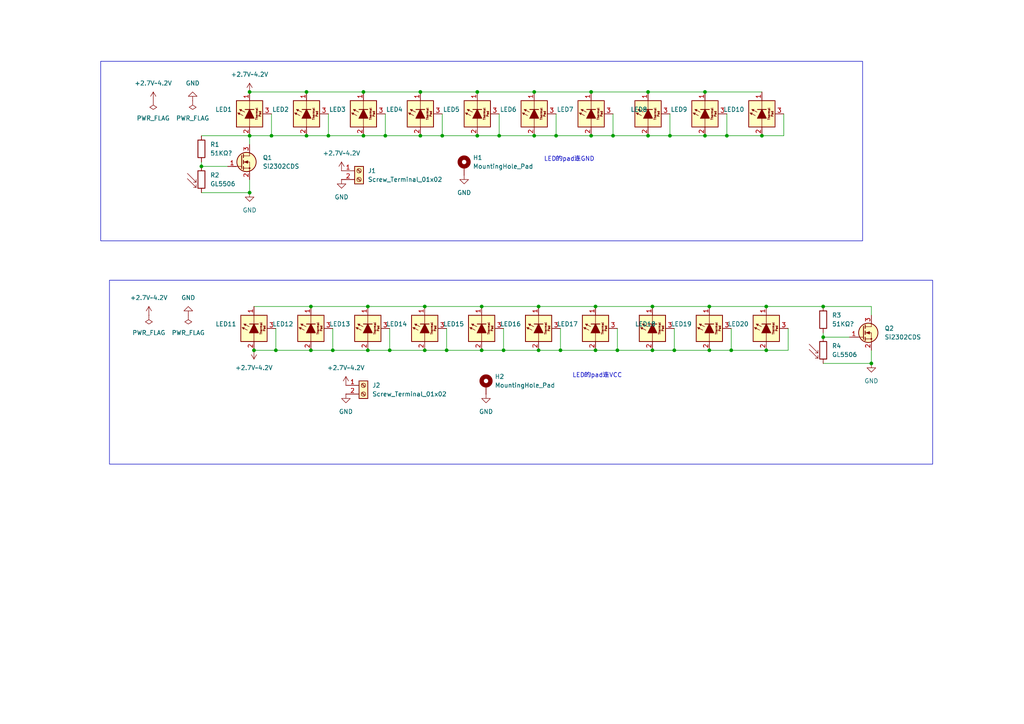
<source format=kicad_sch>
(kicad_sch
	(version 20231120)
	(generator "eeschema")
	(generator_version "8.0")
	(uuid "5ae3eea8-15ca-4411-964b-c060f1cec1fa")
	(paper "A4")
	(lib_symbols
		(symbol "Connector:Screw_Terminal_01x02"
			(pin_names
				(offset 1.016) hide)
			(exclude_from_sim no)
			(in_bom yes)
			(on_board yes)
			(property "Reference" "J"
				(at 0 2.54 0)
				(effects
					(font
						(size 1.27 1.27)
					)
				)
			)
			(property "Value" "Screw_Terminal_01x02"
				(at 0 -5.08 0)
				(effects
					(font
						(size 1.27 1.27)
					)
				)
			)
			(property "Footprint" "TerminalBlock_Phoenix:TerminalBlock_Phoenix_PT-1,5-2-5.0-H_1x02_P5.00mm_Horizontal"
				(at 0 0 0)
				(effects
					(font
						(size 1.27 1.27)
					)
					(hide yes)
				)
			)
			(property "Datasheet" "~"
				(at 0 0 0)
				(effects
					(font
						(size 1.27 1.27)
					)
					(hide yes)
				)
			)
			(property "Description" "Generic screw terminal, single row, 01x02, script generated (kicad-library-utils/schlib/autogen/connector/)"
				(at 0 0 0)
				(effects
					(font
						(size 1.27 1.27)
					)
					(hide yes)
				)
			)
			(property "ki_keywords" "screw terminal"
				(at 0 0 0)
				(effects
					(font
						(size 1.27 1.27)
					)
					(hide yes)
				)
			)
			(property "ki_fp_filters" "TerminalBlock*:*"
				(at 0 0 0)
				(effects
					(font
						(size 1.27 1.27)
					)
					(hide yes)
				)
			)
			(symbol "Screw_Terminal_01x02_1_1"
				(rectangle
					(start -1.27 1.27)
					(end 1.27 -3.81)
					(stroke
						(width 0.254)
						(type default)
					)
					(fill
						(type background)
					)
				)
				(circle
					(center 0 -2.54)
					(radius 0.635)
					(stroke
						(width 0.1524)
						(type default)
					)
					(fill
						(type none)
					)
				)
				(polyline
					(pts
						(xy -0.5334 -2.2098) (xy 0.3302 -3.048)
					)
					(stroke
						(width 0.1524)
						(type default)
					)
					(fill
						(type none)
					)
				)
				(polyline
					(pts
						(xy -0.5334 0.3302) (xy 0.3302 -0.508)
					)
					(stroke
						(width 0.1524)
						(type default)
					)
					(fill
						(type none)
					)
				)
				(polyline
					(pts
						(xy -0.3556 -2.032) (xy 0.508 -2.8702)
					)
					(stroke
						(width 0.1524)
						(type default)
					)
					(fill
						(type none)
					)
				)
				(polyline
					(pts
						(xy -0.3556 0.508) (xy 0.508 -0.3302)
					)
					(stroke
						(width 0.1524)
						(type default)
					)
					(fill
						(type none)
					)
				)
				(circle
					(center 0 0)
					(radius 0.635)
					(stroke
						(width 0.1524)
						(type default)
					)
					(fill
						(type none)
					)
				)
				(pin passive line
					(at -5.08 0 0)
					(length 3.81)
					(name "Pin_1"
						(effects
							(font
								(size 1.27 1.27)
							)
						)
					)
					(number "1"
						(effects
							(font
								(size 1.27 1.27)
							)
						)
					)
				)
				(pin passive line
					(at -5.08 -2.54 0)
					(length 3.81)
					(name "Pin_2"
						(effects
							(font
								(size 1.27 1.27)
							)
						)
					)
					(number "2"
						(effects
							(font
								(size 1.27 1.27)
							)
						)
					)
				)
			)
		)
		(symbol "Device:R_Photo"
			(pin_numbers hide)
			(pin_names
				(offset 0)
			)
			(exclude_from_sim no)
			(in_bom yes)
			(on_board yes)
			(property "Reference" "R"
				(at 1.27 1.27 0)
				(effects
					(font
						(size 1.27 1.27)
					)
					(justify left)
				)
			)
			(property "Value" "R_Photo"
				(at 1.27 0 0)
				(effects
					(font
						(size 1.27 1.27)
					)
					(justify left top)
				)
			)
			(property "Footprint" "OptoDevice:R_LDR_5.1x4.3mm_P3.4mm_Vertical"
				(at 1.27 -6.35 90)
				(effects
					(font
						(size 1.27 1.27)
					)
					(justify left)
					(hide yes)
				)
			)
			(property "Datasheet" "~"
				(at 0 -1.27 0)
				(effects
					(font
						(size 1.27 1.27)
					)
					(hide yes)
				)
			)
			(property "Description" "Photoresistor"
				(at 0 0 0)
				(effects
					(font
						(size 1.27 1.27)
					)
					(hide yes)
				)
			)
			(property "ki_keywords" "resistor variable light sensitive opto LDR"
				(at 0 0 0)
				(effects
					(font
						(size 1.27 1.27)
					)
					(hide yes)
				)
			)
			(property "ki_fp_filters" "*LDR* R?LDR*"
				(at 0 0 0)
				(effects
					(font
						(size 1.27 1.27)
					)
					(hide yes)
				)
			)
			(symbol "R_Photo_0_1"
				(rectangle
					(start -1.016 2.54)
					(end 1.016 -2.54)
					(stroke
						(width 0.254)
						(type default)
					)
					(fill
						(type none)
					)
				)
				(polyline
					(pts
						(xy -1.524 -2.286) (xy -4.064 0.254)
					)
					(stroke
						(width 0)
						(type default)
					)
					(fill
						(type none)
					)
				)
				(polyline
					(pts
						(xy -1.524 -2.286) (xy -2.286 -2.286)
					)
					(stroke
						(width 0)
						(type default)
					)
					(fill
						(type none)
					)
				)
				(polyline
					(pts
						(xy -1.524 -2.286) (xy -1.524 -1.524)
					)
					(stroke
						(width 0)
						(type default)
					)
					(fill
						(type none)
					)
				)
				(polyline
					(pts
						(xy -1.524 -0.762) (xy -4.064 1.778)
					)
					(stroke
						(width 0)
						(type default)
					)
					(fill
						(type none)
					)
				)
				(polyline
					(pts
						(xy -1.524 -0.762) (xy -2.286 -0.762)
					)
					(stroke
						(width 0)
						(type default)
					)
					(fill
						(type none)
					)
				)
				(polyline
					(pts
						(xy -1.524 -0.762) (xy -1.524 0)
					)
					(stroke
						(width 0)
						(type default)
					)
					(fill
						(type none)
					)
				)
			)
			(symbol "R_Photo_1_1"
				(pin passive line
					(at 0 3.81 270)
					(length 1.27)
					(name "~"
						(effects
							(font
								(size 1.27 1.27)
							)
						)
					)
					(number "1"
						(effects
							(font
								(size 1.27 1.27)
							)
						)
					)
				)
				(pin passive line
					(at 0 -3.81 90)
					(length 1.27)
					(name "~"
						(effects
							(font
								(size 1.27 1.27)
							)
						)
					)
					(number "2"
						(effects
							(font
								(size 1.27 1.27)
							)
						)
					)
				)
			)
		)
		(symbol "Mechanical:MountingHole_Pad"
			(pin_numbers hide)
			(pin_names
				(offset 1.016) hide)
			(exclude_from_sim yes)
			(in_bom no)
			(on_board yes)
			(property "Reference" "H"
				(at 0 6.35 0)
				(effects
					(font
						(size 1.27 1.27)
					)
				)
			)
			(property "Value" "MountingHole_Pad"
				(at 0 4.445 0)
				(effects
					(font
						(size 1.27 1.27)
					)
				)
			)
			(property "Footprint" "MountingHole:MountingHole_3mm_Pad"
				(at 0 0 0)
				(effects
					(font
						(size 1.27 1.27)
					)
					(hide yes)
				)
			)
			(property "Datasheet" "~"
				(at 0 0 0)
				(effects
					(font
						(size 1.27 1.27)
					)
					(hide yes)
				)
			)
			(property "Description" "Mounting Hole with connection"
				(at 0 0 0)
				(effects
					(font
						(size 1.27 1.27)
					)
					(hide yes)
				)
			)
			(property "ki_keywords" "mounting hole"
				(at 0 0 0)
				(effects
					(font
						(size 1.27 1.27)
					)
					(hide yes)
				)
			)
			(property "ki_fp_filters" "MountingHole*Pad*"
				(at 0 0 0)
				(effects
					(font
						(size 1.27 1.27)
					)
					(hide yes)
				)
			)
			(symbol "MountingHole_Pad_0_1"
				(circle
					(center 0 1.27)
					(radius 1.27)
					(stroke
						(width 1.27)
						(type default)
					)
					(fill
						(type none)
					)
				)
			)
			(symbol "MountingHole_Pad_1_1"
				(pin input line
					(at 0 -2.54 90)
					(length 2.54)
					(name "1"
						(effects
							(font
								(size 1.27 1.27)
							)
						)
					)
					(number "1"
						(effects
							(font
								(size 1.27 1.27)
							)
						)
					)
				)
			)
		)
		(symbol "PCM_LED_AKL:LED_PLCC2_5.7x3.0_Pad"
			(pin_names
				(offset 1.016) hide)
			(exclude_from_sim no)
			(in_bom yes)
			(on_board yes)
			(property "Reference" "LED"
				(at 0 7.62 0)
				(effects
					(font
						(size 1.27 1.27)
					)
				)
			)
			(property "Value" "LED_PLCC2_5.7x3.0_Pad"
				(at 0 5.08 0)
				(effects
					(font
						(size 1.27 1.27)
					)
				)
			)
			(property "Footprint" "PCM_LED_SMD_AKL:LED_Yuji_5730"
				(at 0 0 0)
				(effects
					(font
						(size 1.27 1.27)
					)
					(hide yes)
				)
			)
			(property "Datasheet" "~"
				(at 0 0 0)
				(effects
					(font
						(size 1.27 1.27)
					)
					(hide yes)
				)
			)
			(property "Description" "LED with thermal pad, PLCC2 5.7mm length, 3.0mm width, Alternate KiCad Library"
				(at 0 0 0)
				(effects
					(font
						(size 1.27 1.27)
					)
					(hide yes)
				)
			)
			(property "ki_keywords" "LED diode thermal pad ep plcc2 5.7x3.0 generic"
				(at 0 0 0)
				(effects
					(font
						(size 1.27 1.27)
					)
					(hide yes)
				)
			)
			(property "ki_fp_filters" "LED* LED_SMD:* LED_THT:*"
				(at 0 0 0)
				(effects
					(font
						(size 1.27 1.27)
					)
					(hide yes)
				)
			)
			(symbol "LED_PLCC2_5.7x3.0_Pad_0_1"
				(polyline
					(pts
						(xy -0.508 1.905) (xy 0.254 3.429)
					)
					(stroke
						(width 0.1524)
						(type default)
					)
					(fill
						(type none)
					)
				)
				(polyline
					(pts
						(xy 0.508 1.397) (xy 1.27 2.921)
					)
					(stroke
						(width 0.1524)
						(type default)
					)
					(fill
						(type none)
					)
				)
				(polyline
					(pts
						(xy 1.27 1.27) (xy 1.27 -1.27)
					)
					(stroke
						(width 0.254)
						(type default)
					)
					(fill
						(type none)
					)
				)
				(polyline
					(pts
						(xy 0.254 2.794) (xy -0.254 3.048) (xy 0.254 3.429) (xy 0.254 2.794)
					)
					(stroke
						(width 0)
						(type solid)
					)
					(fill
						(type outline)
					)
				)
				(polyline
					(pts
						(xy 1.27 2.286) (xy 0.762 2.54) (xy 1.27 2.921) (xy 1.27 2.286)
					)
					(stroke
						(width 0.1524)
						(type default)
					)
					(fill
						(type outline)
					)
				)
			)
			(symbol "LED_PLCC2_5.7x3.0_Pad_0_2"
				(polyline
					(pts
						(xy -2.54 -2.54) (xy -0.889 -0.889)
					)
					(stroke
						(width 0)
						(type default)
					)
					(fill
						(type none)
					)
				)
				(polyline
					(pts
						(xy -1.651 0.889) (xy -2.159 2.413)
					)
					(stroke
						(width 0)
						(type default)
					)
					(fill
						(type none)
					)
				)
				(polyline
					(pts
						(xy -0.508 1.27) (xy -1.016 2.794)
					)
					(stroke
						(width 0)
						(type default)
					)
					(fill
						(type none)
					)
				)
				(polyline
					(pts
						(xy 0 1.778) (xy 1.778 0)
					)
					(stroke
						(width 0.254)
						(type default)
					)
					(fill
						(type none)
					)
				)
				(polyline
					(pts
						(xy 0.889 0.889) (xy 2.54 2.54)
					)
					(stroke
						(width 0)
						(type default)
					)
					(fill
						(type none)
					)
				)
				(polyline
					(pts
						(xy -2.159 2.413) (xy -2.286 1.778) (xy -1.6764 1.9812) (xy -2.159 2.413)
					)
					(stroke
						(width 0)
						(type default)
					)
					(fill
						(type outline)
					)
				)
				(polyline
					(pts
						(xy -1.016 2.794) (xy -1.143 2.159) (xy -0.5334 2.3622) (xy -1.016 2.794)
					)
					(stroke
						(width 0)
						(type default)
					)
					(fill
						(type outline)
					)
				)
				(polyline
					(pts
						(xy -0.889 -0.889) (xy -1.778 0) (xy 0.889 0.889) (xy 0 -1.778) (xy -0.889 -0.889)
					)
					(stroke
						(width 0.254)
						(type default)
					)
					(fill
						(type color)
						(color 255 255 255 1)
					)
				)
			)
			(symbol "LED_PLCC2_5.7x3.0_Pad_1_1"
				(rectangle
					(start -3.81 3.81)
					(end 3.81 -3.81)
					(stroke
						(width 0.254)
						(type default)
					)
					(fill
						(type background)
					)
				)
				(polyline
					(pts
						(xy -3.81 0) (xy -1.27 0)
					)
					(stroke
						(width 0)
						(type default)
					)
					(fill
						(type none)
					)
				)
				(polyline
					(pts
						(xy 1.27 0) (xy 3.81 0)
					)
					(stroke
						(width 0)
						(type default)
					)
					(fill
						(type none)
					)
				)
				(polyline
					(pts
						(xy -1.27 1.27) (xy -1.27 -1.27) (xy 1.27 0) (xy -1.27 1.27)
					)
					(stroke
						(width 0.254)
						(type default)
					)
					(fill
						(type outline)
					)
				)
				(text "Thermal\nPad"
					(at 0 -2.54 0)
					(effects
						(font
							(size 0.6 0.6)
						)
					)
				)
				(pin passive line
					(at 6.35 0 180)
					(length 2.54)
					(name "K"
						(effects
							(font
								(size 1.27 1.27)
							)
						)
					)
					(number "1"
						(effects
							(font
								(size 1.27 1.27)
							)
						)
					)
				)
				(pin passive line
					(at -6.35 0 0)
					(length 2.54)
					(name "A"
						(effects
							(font
								(size 1.27 1.27)
							)
						)
					)
					(number "2"
						(effects
							(font
								(size 1.27 1.27)
							)
						)
					)
				)
				(pin passive line
					(at 0 -6.35 90)
					(length 2.54)
					(name "PAD"
						(effects
							(font
								(size 1.27 1.27)
							)
						)
					)
					(number "3"
						(effects
							(font
								(size 1.27 1.27)
							)
						)
					)
				)
			)
			(symbol "LED_PLCC2_5.7x3.0_Pad_1_2"
				(pin passive line
					(at 2.54 2.54 180)
					(length 0)
					(name "K"
						(effects
							(font
								(size 1.27 1.27)
							)
						)
					)
					(number "1"
						(effects
							(font
								(size 1.27 1.27)
							)
						)
					)
				)
				(pin passive line
					(at -2.54 -2.54 0)
					(length 0)
					(name "A"
						(effects
							(font
								(size 1.27 1.27)
							)
						)
					)
					(number "2"
						(effects
							(font
								(size 1.27 1.27)
							)
						)
					)
				)
			)
		)
		(symbol "PCM_Resistor_AKL:R_Generic"
			(pin_numbers hide)
			(pin_names
				(offset 0)
			)
			(exclude_from_sim no)
			(in_bom yes)
			(on_board yes)
			(property "Reference" "R"
				(at 5.08 1.27 0)
				(effects
					(font
						(size 1.27 1.27)
					)
					(justify left)
				)
			)
			(property "Value" "R_Generic"
				(at 5.08 -1.27 0)
				(effects
					(font
						(size 1.27 1.27)
					)
					(justify left)
				)
			)
			(property "Footprint" "PCM_Resistor_THT_AKL:R_Axial_DIN0207_L6.3mm_D2.5mm_P2.54mm_Vertical"
				(at -1.778 0 90)
				(effects
					(font
						(size 1.27 1.27)
					)
					(hide yes)
				)
			)
			(property "Datasheet" "~"
				(at 0 0 0)
				(effects
					(font
						(size 1.27 1.27)
					)
					(hide yes)
				)
			)
			(property "Description" "Resistor, Generic European Symbol, Alternate KiCad Library"
				(at 0 0 0)
				(effects
					(font
						(size 1.27 1.27)
					)
					(hide yes)
				)
			)
			(property "ki_keywords" "R res resistor eu"
				(at 0 0 0)
				(effects
					(font
						(size 1.27 1.27)
					)
					(hide yes)
				)
			)
			(property "ki_fp_filters" "R_*"
				(at 0 0 0)
				(effects
					(font
						(size 1.27 1.27)
					)
					(hide yes)
				)
			)
			(symbol "R_Generic_0_1"
				(rectangle
					(start -1.016 2.54)
					(end 1.016 -2.54)
					(stroke
						(width 0.254)
						(type default)
					)
					(fill
						(type none)
					)
				)
			)
			(symbol "R_Generic_0_2"
				(polyline
					(pts
						(xy -2.54 -2.54) (xy -1.524 -1.524)
					)
					(stroke
						(width 0)
						(type default)
					)
					(fill
						(type none)
					)
				)
				(polyline
					(pts
						(xy 1.524 1.524) (xy 2.54 2.54)
					)
					(stroke
						(width 0)
						(type default)
					)
					(fill
						(type none)
					)
				)
				(polyline
					(pts
						(xy 1.524 1.524) (xy 0.889 2.159) (xy -2.159 -0.889) (xy -0.889 -2.159) (xy 2.159 0.889) (xy 1.524 1.524)
					)
					(stroke
						(width 0.254)
						(type default)
					)
					(fill
						(type none)
					)
				)
			)
			(symbol "R_Generic_1_1"
				(pin passive line
					(at 0 3.81 270)
					(length 1.27)
					(name "~"
						(effects
							(font
								(size 1.27 1.27)
							)
						)
					)
					(number "1"
						(effects
							(font
								(size 1.27 1.27)
							)
						)
					)
				)
				(pin passive line
					(at 0 -3.81 90)
					(length 1.27)
					(name "~"
						(effects
							(font
								(size 1.27 1.27)
							)
						)
					)
					(number "2"
						(effects
							(font
								(size 1.27 1.27)
							)
						)
					)
				)
			)
			(symbol "R_Generic_1_2"
				(pin passive line
					(at 2.54 2.54 180)
					(length 0)
					(name ""
						(effects
							(font
								(size 1.27 1.27)
							)
						)
					)
					(number "1"
						(effects
							(font
								(size 1.27 1.27)
							)
						)
					)
				)
				(pin passive line
					(at -2.54 -2.54 0)
					(length 0)
					(name ""
						(effects
							(font
								(size 1.27 1.27)
							)
						)
					)
					(number "2"
						(effects
							(font
								(size 1.27 1.27)
							)
						)
					)
				)
			)
		)
		(symbol "PCM_Transistor_MOSFET_AKL:Si2302CDS"
			(pin_names hide)
			(exclude_from_sim no)
			(in_bom yes)
			(on_board yes)
			(property "Reference" "Q"
				(at 5.08 1.27 0)
				(effects
					(font
						(size 1.27 1.27)
					)
					(justify left)
				)
			)
			(property "Value" "Si2302CDS"
				(at 5.08 -1.27 0)
				(effects
					(font
						(size 1.27 1.27)
					)
					(justify left)
				)
			)
			(property "Footprint" "PCM_Package_TO_SOT_SMD_AKL:SOT-23"
				(at 5.08 2.54 0)
				(effects
					(font
						(size 1.27 1.27)
					)
					(hide yes)
				)
			)
			(property "Datasheet" "https://www.tme.eu/Document/03732f4cb273bac6aebb867904f56583/si2302cds.pdf"
				(at 0 0 0)
				(effects
					(font
						(size 1.27 1.27)
					)
					(hide yes)
				)
			)
			(property "Description" "SOT-23 N-MOSFET enchancement mode transistor, 20V, 2.6A, 0.71W, Alternate KiCAD Library"
				(at 0 0 0)
				(effects
					(font
						(size 1.27 1.27)
					)
					(hide yes)
				)
			)
			(property "ki_keywords" "enchancement mosfet nmosfet n-mosfet nmos n-mos emos emosfet Si2302CDS"
				(at 0 0 0)
				(effects
					(font
						(size 1.27 1.27)
					)
					(hide yes)
				)
			)
			(symbol "Si2302CDS_0_1"
				(polyline
					(pts
						(xy 0.254 -1.27) (xy -2.54 -1.27)
					)
					(stroke
						(width 0)
						(type default)
					)
					(fill
						(type none)
					)
				)
				(polyline
					(pts
						(xy 0.254 1.905) (xy 0.254 -1.905)
					)
					(stroke
						(width 0.254)
						(type default)
					)
					(fill
						(type none)
					)
				)
				(polyline
					(pts
						(xy 0.762 -1.778) (xy 2.54 -1.778)
					)
					(stroke
						(width 0)
						(type default)
					)
					(fill
						(type none)
					)
				)
				(polyline
					(pts
						(xy 0.762 -1.27) (xy 0.762 -2.286)
					)
					(stroke
						(width 0.254)
						(type default)
					)
					(fill
						(type none)
					)
				)
				(polyline
					(pts
						(xy 0.762 0.508) (xy 0.762 -0.508)
					)
					(stroke
						(width 0.254)
						(type default)
					)
					(fill
						(type none)
					)
				)
				(polyline
					(pts
						(xy 0.762 2.286) (xy 0.762 1.27)
					)
					(stroke
						(width 0.254)
						(type default)
					)
					(fill
						(type none)
					)
				)
				(polyline
					(pts
						(xy 2.54 1.778) (xy 0.762 1.778)
					)
					(stroke
						(width 0)
						(type default)
					)
					(fill
						(type none)
					)
				)
				(polyline
					(pts
						(xy 2.54 2.54) (xy 2.54 1.778)
					)
					(stroke
						(width 0)
						(type default)
					)
					(fill
						(type none)
					)
				)
				(polyline
					(pts
						(xy 2.54 -2.54) (xy 2.54 0) (xy 0.762 0)
					)
					(stroke
						(width 0)
						(type default)
					)
					(fill
						(type none)
					)
				)
				(polyline
					(pts
						(xy 1.016 0) (xy 2.032 0.381) (xy 2.032 -0.381) (xy 1.016 0)
					)
					(stroke
						(width 0)
						(type default)
					)
					(fill
						(type outline)
					)
				)
				(circle
					(center 1.651 0)
					(radius 2.794)
					(stroke
						(width 0.254)
						(type default)
					)
					(fill
						(type background)
					)
				)
				(circle
					(center 2.54 -1.778)
					(radius 0.1778)
					(stroke
						(width 0)
						(type default)
					)
					(fill
						(type outline)
					)
				)
			)
			(symbol "Si2302CDS_1_1"
				(pin input line
					(at -3.81 -1.27 0)
					(length 2.54)
					(name "G"
						(effects
							(font
								(size 1.27 1.27)
							)
						)
					)
					(number "1"
						(effects
							(font
								(size 1.27 1.27)
							)
						)
					)
				)
				(pin passive line
					(at 2.54 -5.08 90)
					(length 2.54)
					(name "S"
						(effects
							(font
								(size 1.27 1.27)
							)
						)
					)
					(number "2"
						(effects
							(font
								(size 1.27 1.27)
							)
						)
					)
				)
				(pin passive line
					(at 2.54 5.08 270)
					(length 2.54)
					(name "D"
						(effects
							(font
								(size 1.27 1.27)
							)
						)
					)
					(number "3"
						(effects
							(font
								(size 1.27 1.27)
							)
						)
					)
				)
			)
		)
		(symbol "power:+3.3V"
			(power)
			(pin_numbers hide)
			(pin_names
				(offset 0) hide)
			(exclude_from_sim no)
			(in_bom yes)
			(on_board yes)
			(property "Reference" "#PWR"
				(at 0 -3.81 0)
				(effects
					(font
						(size 1.27 1.27)
					)
					(hide yes)
				)
			)
			(property "Value" "+3.3V"
				(at 0 3.556 0)
				(effects
					(font
						(size 1.27 1.27)
					)
				)
			)
			(property "Footprint" ""
				(at 0 0 0)
				(effects
					(font
						(size 1.27 1.27)
					)
					(hide yes)
				)
			)
			(property "Datasheet" ""
				(at 0 0 0)
				(effects
					(font
						(size 1.27 1.27)
					)
					(hide yes)
				)
			)
			(property "Description" "Power symbol creates a global label with name \"+3.3V\""
				(at 0 0 0)
				(effects
					(font
						(size 1.27 1.27)
					)
					(hide yes)
				)
			)
			(property "ki_keywords" "global power"
				(at 0 0 0)
				(effects
					(font
						(size 1.27 1.27)
					)
					(hide yes)
				)
			)
			(symbol "+3.3V_0_1"
				(polyline
					(pts
						(xy -0.762 1.27) (xy 0 2.54)
					)
					(stroke
						(width 0)
						(type default)
					)
					(fill
						(type none)
					)
				)
				(polyline
					(pts
						(xy 0 0) (xy 0 2.54)
					)
					(stroke
						(width 0)
						(type default)
					)
					(fill
						(type none)
					)
				)
				(polyline
					(pts
						(xy 0 2.54) (xy 0.762 1.27)
					)
					(stroke
						(width 0)
						(type default)
					)
					(fill
						(type none)
					)
				)
			)
			(symbol "+3.3V_1_1"
				(pin power_in line
					(at 0 0 90)
					(length 0)
					(name "~"
						(effects
							(font
								(size 1.27 1.27)
							)
						)
					)
					(number "1"
						(effects
							(font
								(size 1.27 1.27)
							)
						)
					)
				)
			)
		)
		(symbol "power:GND"
			(power)
			(pin_numbers hide)
			(pin_names
				(offset 0) hide)
			(exclude_from_sim no)
			(in_bom yes)
			(on_board yes)
			(property "Reference" "#PWR"
				(at 0 -6.35 0)
				(effects
					(font
						(size 1.27 1.27)
					)
					(hide yes)
				)
			)
			(property "Value" "GND"
				(at 0 -3.81 0)
				(effects
					(font
						(size 1.27 1.27)
					)
				)
			)
			(property "Footprint" ""
				(at 0 0 0)
				(effects
					(font
						(size 1.27 1.27)
					)
					(hide yes)
				)
			)
			(property "Datasheet" ""
				(at 0 0 0)
				(effects
					(font
						(size 1.27 1.27)
					)
					(hide yes)
				)
			)
			(property "Description" "Power symbol creates a global label with name \"GND\" , ground"
				(at 0 0 0)
				(effects
					(font
						(size 1.27 1.27)
					)
					(hide yes)
				)
			)
			(property "ki_keywords" "global power"
				(at 0 0 0)
				(effects
					(font
						(size 1.27 1.27)
					)
					(hide yes)
				)
			)
			(symbol "GND_0_1"
				(polyline
					(pts
						(xy 0 0) (xy 0 -1.27) (xy 1.27 -1.27) (xy 0 -2.54) (xy -1.27 -1.27) (xy 0 -1.27)
					)
					(stroke
						(width 0)
						(type default)
					)
					(fill
						(type none)
					)
				)
			)
			(symbol "GND_1_1"
				(pin power_in line
					(at 0 0 270)
					(length 0)
					(name "~"
						(effects
							(font
								(size 1.27 1.27)
							)
						)
					)
					(number "1"
						(effects
							(font
								(size 1.27 1.27)
							)
						)
					)
				)
			)
		)
		(symbol "power:PWR_FLAG"
			(power)
			(pin_numbers hide)
			(pin_names
				(offset 0) hide)
			(exclude_from_sim no)
			(in_bom yes)
			(on_board yes)
			(property "Reference" "#FLG"
				(at 0 1.905 0)
				(effects
					(font
						(size 1.27 1.27)
					)
					(hide yes)
				)
			)
			(property "Value" "PWR_FLAG"
				(at 0 3.81 0)
				(effects
					(font
						(size 1.27 1.27)
					)
				)
			)
			(property "Footprint" ""
				(at 0 0 0)
				(effects
					(font
						(size 1.27 1.27)
					)
					(hide yes)
				)
			)
			(property "Datasheet" "~"
				(at 0 0 0)
				(effects
					(font
						(size 1.27 1.27)
					)
					(hide yes)
				)
			)
			(property "Description" "Special symbol for telling ERC where power comes from"
				(at 0 0 0)
				(effects
					(font
						(size 1.27 1.27)
					)
					(hide yes)
				)
			)
			(property "ki_keywords" "flag power"
				(at 0 0 0)
				(effects
					(font
						(size 1.27 1.27)
					)
					(hide yes)
				)
			)
			(symbol "PWR_FLAG_0_0"
				(pin power_out line
					(at 0 0 90)
					(length 0)
					(name "~"
						(effects
							(font
								(size 1.27 1.27)
							)
						)
					)
					(number "1"
						(effects
							(font
								(size 1.27 1.27)
							)
						)
					)
				)
			)
			(symbol "PWR_FLAG_0_1"
				(polyline
					(pts
						(xy 0 0) (xy 0 1.27) (xy -1.016 1.905) (xy 0 2.54) (xy 1.016 1.905) (xy 0 1.27)
					)
					(stroke
						(width 0)
						(type default)
					)
					(fill
						(type none)
					)
				)
			)
		)
	)
	(junction
		(at 144.78 39.37)
		(diameter 0)
		(color 0 0 0 0)
		(uuid "0611bc2a-40e6-4f9c-bc5c-e6fe44679aa7")
	)
	(junction
		(at 179.07 101.6)
		(diameter 0)
		(color 0 0 0 0)
		(uuid "08b54b2d-8530-4b4e-96c1-65119dd52063")
	)
	(junction
		(at 78.74 39.37)
		(diameter 0)
		(color 0 0 0 0)
		(uuid "0bc2ff9e-0e6a-42fa-983f-0a0fadb46b1c")
	)
	(junction
		(at 121.92 26.67)
		(diameter 0)
		(color 0 0 0 0)
		(uuid "0d3039c2-e85f-4180-9cbe-4d282b985bd6")
	)
	(junction
		(at 123.19 88.9)
		(diameter 0)
		(color 0 0 0 0)
		(uuid "0dbf8fab-1ccc-453b-8e2a-f08b5b579c66")
	)
	(junction
		(at 88.9 26.67)
		(diameter 0)
		(color 0 0 0 0)
		(uuid "118f5343-956c-4b00-b3f8-03e31fd4b1d9")
	)
	(junction
		(at 156.21 101.6)
		(diameter 0)
		(color 0 0 0 0)
		(uuid "150c303b-4a12-4f80-91f7-7d60d42cb275")
	)
	(junction
		(at 172.72 101.6)
		(diameter 0)
		(color 0 0 0 0)
		(uuid "16214fe7-5440-432e-9732-0df4359df4b2")
	)
	(junction
		(at 138.43 26.67)
		(diameter 0)
		(color 0 0 0 0)
		(uuid "26d52051-f31a-4e31-81fa-995312db5220")
	)
	(junction
		(at 187.96 26.67)
		(diameter 0)
		(color 0 0 0 0)
		(uuid "2afe1383-1892-455a-8b3b-0d1d4f24f390")
	)
	(junction
		(at 161.29 39.37)
		(diameter 0)
		(color 0 0 0 0)
		(uuid "32e6b83c-4380-463a-84d5-795571395612")
	)
	(junction
		(at 189.23 101.6)
		(diameter 0)
		(color 0 0 0 0)
		(uuid "37e811c1-dd3b-49f8-83c9-4e9868d1882b")
	)
	(junction
		(at 154.94 26.67)
		(diameter 0)
		(color 0 0 0 0)
		(uuid "39ae310d-8f92-40ab-ba0d-4d8a58724170")
	)
	(junction
		(at 222.25 88.9)
		(diameter 0)
		(color 0 0 0 0)
		(uuid "3b2c2041-5a27-465f-8e75-683265c578d9")
	)
	(junction
		(at 177.8 39.37)
		(diameter 0)
		(color 0 0 0 0)
		(uuid "3c17afb2-a031-4131-b6a3-3d938ded59cf")
	)
	(junction
		(at 72.39 39.37)
		(diameter 0)
		(color 0 0 0 0)
		(uuid "401c2b7c-5f60-42da-9530-03b366d366f4")
	)
	(junction
		(at 106.68 88.9)
		(diameter 0)
		(color 0 0 0 0)
		(uuid "41cb973c-db16-437e-800e-b6fd53771498")
	)
	(junction
		(at 95.25 39.37)
		(diameter 0)
		(color 0 0 0 0)
		(uuid "43d3be22-2061-4607-a6cd-e4ffde848f3c")
	)
	(junction
		(at 210.82 39.37)
		(diameter 0)
		(color 0 0 0 0)
		(uuid "4a6b2297-69d3-426c-8f4c-13fa6e67a8c0")
	)
	(junction
		(at 139.7 101.6)
		(diameter 0)
		(color 0 0 0 0)
		(uuid "507847db-30d5-428e-a8a7-eba7b14c9ac1")
	)
	(junction
		(at 129.54 101.6)
		(diameter 0)
		(color 0 0 0 0)
		(uuid "5bccb379-38c6-44e1-8e84-76944596b205")
	)
	(junction
		(at 88.9 39.37)
		(diameter 0)
		(color 0 0 0 0)
		(uuid "5fde031d-583f-482b-8793-f42bbe51ab3c")
	)
	(junction
		(at 204.47 26.67)
		(diameter 0)
		(color 0 0 0 0)
		(uuid "61c65019-2e6f-421c-a61d-cf7cc267ac02")
	)
	(junction
		(at 222.25 101.6)
		(diameter 0)
		(color 0 0 0 0)
		(uuid "65abbb9c-6643-434a-bf07-69f9efdf9a03")
	)
	(junction
		(at 212.09 101.6)
		(diameter 0)
		(color 0 0 0 0)
		(uuid "6a4b1984-08df-44f7-bf31-5a1870ac97c1")
	)
	(junction
		(at 90.17 101.6)
		(diameter 0)
		(color 0 0 0 0)
		(uuid "6d960a19-46ed-4097-bbe4-6fed5522cc95")
	)
	(junction
		(at 123.19 101.6)
		(diameter 0)
		(color 0 0 0 0)
		(uuid "6e02c64b-fd69-4cac-96b7-d91cb2004186")
	)
	(junction
		(at 156.21 88.9)
		(diameter 0)
		(color 0 0 0 0)
		(uuid "77b91eef-a581-4491-9eb0-91617fbce51b")
	)
	(junction
		(at 238.76 97.79)
		(diameter 0)
		(color 0 0 0 0)
		(uuid "7b065738-5e57-4038-976a-c33a42055757")
	)
	(junction
		(at 204.47 39.37)
		(diameter 0)
		(color 0 0 0 0)
		(uuid "8212c5c4-b462-4356-81b6-e6850fb08018")
	)
	(junction
		(at 113.03 101.6)
		(diameter 0)
		(color 0 0 0 0)
		(uuid "8c2a6f9b-12b6-4e18-aa0f-f10f2a0618c7")
	)
	(junction
		(at 205.74 101.6)
		(diameter 0)
		(color 0 0 0 0)
		(uuid "94fc03ff-c578-4933-8b05-89e920a9e484")
	)
	(junction
		(at 146.05 101.6)
		(diameter 0)
		(color 0 0 0 0)
		(uuid "9968ca15-a8b4-4fb3-9e16-283a0a67683d")
	)
	(junction
		(at 162.56 101.6)
		(diameter 0)
		(color 0 0 0 0)
		(uuid "99f447fe-b6ef-4cc3-8bcb-1550ea0213f6")
	)
	(junction
		(at 171.45 39.37)
		(diameter 0)
		(color 0 0 0 0)
		(uuid "9acf0235-91ef-4db8-b45f-2097f87249d6")
	)
	(junction
		(at 128.27 39.37)
		(diameter 0)
		(color 0 0 0 0)
		(uuid "9d24f64e-2f3b-4f02-adc9-ebf813cda471")
	)
	(junction
		(at 138.43 39.37)
		(diameter 0)
		(color 0 0 0 0)
		(uuid "a15dadf5-8976-4330-a6ff-75b75821bc2e")
	)
	(junction
		(at 172.72 88.9)
		(diameter 0)
		(color 0 0 0 0)
		(uuid "a3de60fd-6057-4306-8ad2-f624a083ddab")
	)
	(junction
		(at 187.96 39.37)
		(diameter 0)
		(color 0 0 0 0)
		(uuid "afb62674-09f4-4489-b622-f143d6945fe8")
	)
	(junction
		(at 106.68 101.6)
		(diameter 0)
		(color 0 0 0 0)
		(uuid "b13f56b0-b918-4ac0-a526-b559a898b344")
	)
	(junction
		(at 58.42 48.26)
		(diameter 0)
		(color 0 0 0 0)
		(uuid "b584d961-925f-4bc4-95c5-133c3ee192f4")
	)
	(junction
		(at 252.73 105.41)
		(diameter 0)
		(color 0 0 0 0)
		(uuid "b5ca4a89-562f-4d83-ab2e-92fb86e5a5cd")
	)
	(junction
		(at 72.39 55.88)
		(diameter 0)
		(color 0 0 0 0)
		(uuid "b6bed72c-1063-44c7-8bff-f1d13ab2c6e8")
	)
	(junction
		(at 80.01 101.6)
		(diameter 0)
		(color 0 0 0 0)
		(uuid "baabcdd2-8d85-4074-877e-1a325a892a34")
	)
	(junction
		(at 111.76 39.37)
		(diameter 0)
		(color 0 0 0 0)
		(uuid "baea0260-c5aa-4c87-8c57-bf469ed130a7")
	)
	(junction
		(at 73.66 101.6)
		(diameter 0)
		(color 0 0 0 0)
		(uuid "bfb34bd1-40d2-4a87-9416-cb2c01d088e9")
	)
	(junction
		(at 121.92 39.37)
		(diameter 0)
		(color 0 0 0 0)
		(uuid "c4a555c8-4c41-4fdf-9640-73b3ac8b0d8c")
	)
	(junction
		(at 189.23 88.9)
		(diameter 0)
		(color 0 0 0 0)
		(uuid "c533176f-0a57-46bb-accd-167be1ae3e26")
	)
	(junction
		(at 195.58 101.6)
		(diameter 0)
		(color 0 0 0 0)
		(uuid "c60b16ef-6899-48b9-9725-dc2d0c24e132")
	)
	(junction
		(at 171.45 26.67)
		(diameter 0)
		(color 0 0 0 0)
		(uuid "d1d9680f-bdd7-4833-858b-33ea7778c7c6")
	)
	(junction
		(at 105.41 26.67)
		(diameter 0)
		(color 0 0 0 0)
		(uuid "d5a61165-069f-497d-bd25-ef9e8ced1d07")
	)
	(junction
		(at 205.74 88.9)
		(diameter 0)
		(color 0 0 0 0)
		(uuid "e0cecd53-6178-4910-b160-fd2ded633951")
	)
	(junction
		(at 154.94 39.37)
		(diameter 0)
		(color 0 0 0 0)
		(uuid "e5c2011c-6750-4f5b-9014-e2da87d329d5")
	)
	(junction
		(at 72.39 26.67)
		(diameter 0)
		(color 0 0 0 0)
		(uuid "e8e9b2b9-e679-42d6-bb94-7e546c77ad25")
	)
	(junction
		(at 220.98 39.37)
		(diameter 0)
		(color 0 0 0 0)
		(uuid "ea37cff3-3df2-46fb-a4f8-0eb807d43d67")
	)
	(junction
		(at 238.76 88.9)
		(diameter 0)
		(color 0 0 0 0)
		(uuid "ed83b73d-994e-447a-8b86-2fac47fdc925")
	)
	(junction
		(at 105.41 39.37)
		(diameter 0)
		(color 0 0 0 0)
		(uuid "efaf1b4a-c394-423d-a29b-0071c8b27037")
	)
	(junction
		(at 194.31 39.37)
		(diameter 0)
		(color 0 0 0 0)
		(uuid "f28be5a6-cfd0-4a8e-bc8d-2f012031057b")
	)
	(junction
		(at 96.52 101.6)
		(diameter 0)
		(color 0 0 0 0)
		(uuid "f9b3360b-225b-4184-954c-cd6c2471d092")
	)
	(junction
		(at 139.7 88.9)
		(diameter 0)
		(color 0 0 0 0)
		(uuid "fb8d991c-ff84-4325-b01f-0f1e93cd5e90")
	)
	(junction
		(at 90.17 88.9)
		(diameter 0)
		(color 0 0 0 0)
		(uuid "fcca7864-bd76-4b49-8fac-a3bd50dd3c0e")
	)
	(wire
		(pts
			(xy 172.72 101.6) (xy 179.07 101.6)
		)
		(stroke
			(width 0)
			(type default)
		)
		(uuid "01354fb4-4f6f-487e-916f-cfb8541ea35e")
	)
	(wire
		(pts
			(xy 72.39 39.37) (xy 72.39 41.91)
		)
		(stroke
			(width 0)
			(type default)
		)
		(uuid "02c999ca-6e2f-49e4-a3a4-8828ad65e047")
	)
	(wire
		(pts
			(xy 96.52 95.25) (xy 96.52 101.6)
		)
		(stroke
			(width 0)
			(type default)
		)
		(uuid "0834e76a-6bac-411e-8701-ac67565cd655")
	)
	(wire
		(pts
			(xy 144.78 33.02) (xy 144.78 39.37)
		)
		(stroke
			(width 0)
			(type default)
		)
		(uuid "163a1fb5-1123-4962-9eb5-2ce9baca3786")
	)
	(wire
		(pts
			(xy 194.31 39.37) (xy 204.47 39.37)
		)
		(stroke
			(width 0)
			(type default)
		)
		(uuid "16c8d6fe-de52-4490-a0a9-c5bb1d24bbdd")
	)
	(wire
		(pts
			(xy 195.58 101.6) (xy 205.74 101.6)
		)
		(stroke
			(width 0)
			(type default)
		)
		(uuid "191414c3-2704-487f-a91a-247cd420e851")
	)
	(wire
		(pts
			(xy 212.09 101.6) (xy 222.25 101.6)
		)
		(stroke
			(width 0)
			(type default)
		)
		(uuid "1a01a475-4b0e-4528-99ba-ee946002f5c5")
	)
	(wire
		(pts
			(xy 73.66 88.9) (xy 90.17 88.9)
		)
		(stroke
			(width 0)
			(type default)
		)
		(uuid "23cc6e05-db18-425f-805d-d098d9d95673")
	)
	(wire
		(pts
			(xy 72.39 26.67) (xy 88.9 26.67)
		)
		(stroke
			(width 0)
			(type default)
		)
		(uuid "26ec476d-0536-4995-8826-aa615f0215d2")
	)
	(wire
		(pts
			(xy 146.05 95.25) (xy 146.05 101.6)
		)
		(stroke
			(width 0)
			(type default)
		)
		(uuid "29406f1b-183d-47a5-8997-48c3c5e9b74e")
	)
	(wire
		(pts
			(xy 171.45 39.37) (xy 177.8 39.37)
		)
		(stroke
			(width 0)
			(type default)
		)
		(uuid "2b5554de-d99a-4417-ad13-e09208aef958")
	)
	(wire
		(pts
			(xy 177.8 39.37) (xy 187.96 39.37)
		)
		(stroke
			(width 0)
			(type default)
		)
		(uuid "2bd9a3d5-8579-4873-960e-da63d20b4a0c")
	)
	(wire
		(pts
			(xy 80.01 95.25) (xy 80.01 101.6)
		)
		(stroke
			(width 0)
			(type default)
		)
		(uuid "2e26f2c4-2fec-427f-9e87-416c4cef8bd2")
	)
	(wire
		(pts
			(xy 154.94 26.67) (xy 171.45 26.67)
		)
		(stroke
			(width 0)
			(type default)
		)
		(uuid "2f0d4cd5-f424-4702-83c6-e521f3050ada")
	)
	(wire
		(pts
			(xy 238.76 97.79) (xy 246.38 97.79)
		)
		(stroke
			(width 0)
			(type default)
		)
		(uuid "30d5061c-a5de-4b37-9d96-4c150203176e")
	)
	(wire
		(pts
			(xy 156.21 88.9) (xy 172.72 88.9)
		)
		(stroke
			(width 0)
			(type default)
		)
		(uuid "31ec42a5-46fa-4a0a-bfe9-29ea0faa1a8e")
	)
	(wire
		(pts
			(xy 90.17 101.6) (xy 96.52 101.6)
		)
		(stroke
			(width 0)
			(type default)
		)
		(uuid "3a2f40c3-71a5-4cf1-995d-673a79bd7262")
	)
	(wire
		(pts
			(xy 113.03 101.6) (xy 123.19 101.6)
		)
		(stroke
			(width 0)
			(type default)
		)
		(uuid "3d67ee47-7036-4515-85b0-df7de237eb32")
	)
	(wire
		(pts
			(xy 227.33 33.02) (xy 227.33 39.37)
		)
		(stroke
			(width 0)
			(type default)
		)
		(uuid "427b2abc-7580-410d-bc3d-067c4d60a1ba")
	)
	(wire
		(pts
			(xy 58.42 39.37) (xy 72.39 39.37)
		)
		(stroke
			(width 0)
			(type default)
		)
		(uuid "472f1b49-61ce-4545-bf3c-d2c368f82934")
	)
	(wire
		(pts
			(xy 58.42 48.26) (xy 66.04 48.26)
		)
		(stroke
			(width 0)
			(type default)
		)
		(uuid "474d896a-c304-40a3-abfd-a8be1cd59bbe")
	)
	(wire
		(pts
			(xy 111.76 39.37) (xy 121.92 39.37)
		)
		(stroke
			(width 0)
			(type default)
		)
		(uuid "4a05a757-5869-471b-af55-2366d3e22f2f")
	)
	(wire
		(pts
			(xy 121.92 26.67) (xy 138.43 26.67)
		)
		(stroke
			(width 0)
			(type default)
		)
		(uuid "505b283f-c680-4dfa-8991-2883042955be")
	)
	(wire
		(pts
			(xy 210.82 33.02) (xy 210.82 39.37)
		)
		(stroke
			(width 0)
			(type default)
		)
		(uuid "50f1caeb-8c53-42fb-99be-0919539e606f")
	)
	(wire
		(pts
			(xy 172.72 88.9) (xy 189.23 88.9)
		)
		(stroke
			(width 0)
			(type default)
		)
		(uuid "532a1f9a-8a3e-46d7-a49b-05a37329cb5b")
	)
	(wire
		(pts
			(xy 238.76 88.9) (xy 252.73 88.9)
		)
		(stroke
			(width 0)
			(type default)
		)
		(uuid "5bd0ffce-e384-427a-ae97-9876c9a9f6c8")
	)
	(wire
		(pts
			(xy 238.76 105.41) (xy 252.73 105.41)
		)
		(stroke
			(width 0)
			(type default)
		)
		(uuid "5f527991-f789-43ef-b311-311992240309")
	)
	(wire
		(pts
			(xy 88.9 39.37) (xy 95.25 39.37)
		)
		(stroke
			(width 0)
			(type default)
		)
		(uuid "6673f80a-7679-445d-9b25-b9d76ed46bc1")
	)
	(wire
		(pts
			(xy 128.27 39.37) (xy 138.43 39.37)
		)
		(stroke
			(width 0)
			(type default)
		)
		(uuid "669ce8f0-4ea5-446d-a20c-64402ccea175")
	)
	(wire
		(pts
			(xy 105.41 39.37) (xy 111.76 39.37)
		)
		(stroke
			(width 0)
			(type default)
		)
		(uuid "66db1934-e39a-4481-a3a7-5a6679706e07")
	)
	(wire
		(pts
			(xy 146.05 101.6) (xy 156.21 101.6)
		)
		(stroke
			(width 0)
			(type default)
		)
		(uuid "69653cdd-2640-420d-9827-4f97a6e2b9fd")
	)
	(wire
		(pts
			(xy 78.74 33.02) (xy 78.74 39.37)
		)
		(stroke
			(width 0)
			(type default)
		)
		(uuid "6c8cb3b3-f64c-4846-9a3f-94e62ea51320")
	)
	(wire
		(pts
			(xy 95.25 39.37) (xy 105.41 39.37)
		)
		(stroke
			(width 0)
			(type default)
		)
		(uuid "70a6937e-0ced-485e-93b3-447941710dc2")
	)
	(wire
		(pts
			(xy 227.33 39.37) (xy 220.98 39.37)
		)
		(stroke
			(width 0)
			(type default)
		)
		(uuid "7133724c-0050-4cfc-9c4a-c0ffbe2f1e00")
	)
	(wire
		(pts
			(xy 205.74 101.6) (xy 212.09 101.6)
		)
		(stroke
			(width 0)
			(type default)
		)
		(uuid "73d1c416-52b8-4a7f-936f-343c00c24d5e")
	)
	(wire
		(pts
			(xy 123.19 101.6) (xy 129.54 101.6)
		)
		(stroke
			(width 0)
			(type default)
		)
		(uuid "762db428-eab2-4723-8a68-18bb392a7703")
	)
	(wire
		(pts
			(xy 138.43 39.37) (xy 144.78 39.37)
		)
		(stroke
			(width 0)
			(type default)
		)
		(uuid "766eeed2-440d-406f-9e1a-e881656c85a0")
	)
	(wire
		(pts
			(xy 187.96 26.67) (xy 204.47 26.67)
		)
		(stroke
			(width 0)
			(type default)
		)
		(uuid "7cec6812-a34c-4d2c-95c4-7bc62f2500dd")
	)
	(wire
		(pts
			(xy 205.74 88.9) (xy 222.25 88.9)
		)
		(stroke
			(width 0)
			(type default)
		)
		(uuid "7cf8045c-9323-4a9b-b2b5-ee9f50907ebc")
	)
	(wire
		(pts
			(xy 129.54 95.25) (xy 129.54 101.6)
		)
		(stroke
			(width 0)
			(type default)
		)
		(uuid "7dcc50d6-f76c-4856-9ded-11ab91559ae9")
	)
	(wire
		(pts
			(xy 252.73 105.41) (xy 252.73 101.6)
		)
		(stroke
			(width 0)
			(type default)
		)
		(uuid "7f6963dc-886a-44c7-a8ca-fc25fcd82c4d")
	)
	(wire
		(pts
			(xy 58.42 55.88) (xy 72.39 55.88)
		)
		(stroke
			(width 0)
			(type default)
		)
		(uuid "7f97f18d-9270-42c2-a82b-efa5ce323534")
	)
	(wire
		(pts
			(xy 189.23 88.9) (xy 205.74 88.9)
		)
		(stroke
			(width 0)
			(type default)
		)
		(uuid "7fca82ef-6559-40de-8f65-09ca8366acbd")
	)
	(wire
		(pts
			(xy 228.6 101.6) (xy 222.25 101.6)
		)
		(stroke
			(width 0)
			(type default)
		)
		(uuid "85649c21-51ad-4ebe-9c31-fdf043024b70")
	)
	(wire
		(pts
			(xy 105.41 26.67) (xy 121.92 26.67)
		)
		(stroke
			(width 0)
			(type default)
		)
		(uuid "863f5fe7-edf6-4603-879e-4384b0710060")
	)
	(wire
		(pts
			(xy 252.73 88.9) (xy 252.73 91.44)
		)
		(stroke
			(width 0)
			(type default)
		)
		(uuid "889c3075-275a-404b-9235-78b7b8d381d3")
	)
	(wire
		(pts
			(xy 179.07 101.6) (xy 189.23 101.6)
		)
		(stroke
			(width 0)
			(type default)
		)
		(uuid "890cbb55-b567-4c85-954c-42ca46d8fcf7")
	)
	(wire
		(pts
			(xy 228.6 95.25) (xy 228.6 101.6)
		)
		(stroke
			(width 0)
			(type default)
		)
		(uuid "8df03d88-ab8a-4489-857f-53cbd1bf68fc")
	)
	(wire
		(pts
			(xy 210.82 39.37) (xy 220.98 39.37)
		)
		(stroke
			(width 0)
			(type default)
		)
		(uuid "923fbf9d-1f25-4d17-bfe4-ba9a156f3b8e")
	)
	(wire
		(pts
			(xy 204.47 39.37) (xy 210.82 39.37)
		)
		(stroke
			(width 0)
			(type default)
		)
		(uuid "929f8c79-7242-4daf-9b0a-aa531f0232de")
	)
	(wire
		(pts
			(xy 194.31 33.02) (xy 194.31 39.37)
		)
		(stroke
			(width 0)
			(type default)
		)
		(uuid "92f2ed6b-b255-40b5-b7bf-3d094c6fe915")
	)
	(wire
		(pts
			(xy 123.19 88.9) (xy 139.7 88.9)
		)
		(stroke
			(width 0)
			(type default)
		)
		(uuid "93335aa7-b0c0-4ac9-b9c2-c873e6f37e81")
	)
	(wire
		(pts
			(xy 162.56 95.25) (xy 162.56 101.6)
		)
		(stroke
			(width 0)
			(type default)
		)
		(uuid "984d5a8c-f8bf-4275-b44c-207c7b29b9e5")
	)
	(wire
		(pts
			(xy 80.01 101.6) (xy 90.17 101.6)
		)
		(stroke
			(width 0)
			(type default)
		)
		(uuid "9acfe6a6-665e-46d8-81d1-2994eedf7844")
	)
	(wire
		(pts
			(xy 154.94 39.37) (xy 161.29 39.37)
		)
		(stroke
			(width 0)
			(type default)
		)
		(uuid "9eac7a22-5925-43c2-a897-f28c95684558")
	)
	(wire
		(pts
			(xy 111.76 33.02) (xy 111.76 39.37)
		)
		(stroke
			(width 0)
			(type default)
		)
		(uuid "a7e4d5c1-8e74-4167-9b3b-784d912feadb")
	)
	(wire
		(pts
			(xy 95.25 33.02) (xy 95.25 39.37)
		)
		(stroke
			(width 0)
			(type default)
		)
		(uuid "a9e3154e-50ec-410d-a58c-7933ecfbb6aa")
	)
	(wire
		(pts
			(xy 177.8 33.02) (xy 177.8 39.37)
		)
		(stroke
			(width 0)
			(type default)
		)
		(uuid "abeba6bb-0f63-4a8c-868b-39fd75df9a77")
	)
	(wire
		(pts
			(xy 88.9 26.67) (xy 105.41 26.67)
		)
		(stroke
			(width 0)
			(type default)
		)
		(uuid "acefd642-d84f-4e1a-b717-eecb0d72b9fa")
	)
	(wire
		(pts
			(xy 139.7 88.9) (xy 156.21 88.9)
		)
		(stroke
			(width 0)
			(type default)
		)
		(uuid "ae29e220-c1ab-4f22-b86f-87e54c3b7b57")
	)
	(wire
		(pts
			(xy 113.03 95.25) (xy 113.03 101.6)
		)
		(stroke
			(width 0)
			(type default)
		)
		(uuid "ae9b2c89-8243-40d2-9a8b-03ed27f17694")
	)
	(wire
		(pts
			(xy 179.07 95.25) (xy 179.07 101.6)
		)
		(stroke
			(width 0)
			(type default)
		)
		(uuid "af07beff-5c63-451d-8c72-182631d942a2")
	)
	(wire
		(pts
			(xy 161.29 39.37) (xy 171.45 39.37)
		)
		(stroke
			(width 0)
			(type default)
		)
		(uuid "af47f357-be6e-46ae-a92e-36ccf60866d0")
	)
	(wire
		(pts
			(xy 187.96 39.37) (xy 194.31 39.37)
		)
		(stroke
			(width 0)
			(type default)
		)
		(uuid "afb57a7d-37a7-459a-b54d-9ea6c8b87f8a")
	)
	(wire
		(pts
			(xy 171.45 26.67) (xy 187.96 26.67)
		)
		(stroke
			(width 0)
			(type default)
		)
		(uuid "b0c4e396-24b4-4145-9bf2-507e4197a89a")
	)
	(wire
		(pts
			(xy 138.43 26.67) (xy 154.94 26.67)
		)
		(stroke
			(width 0)
			(type default)
		)
		(uuid "b1911276-556f-4563-bd17-0b058752e7ed")
	)
	(wire
		(pts
			(xy 212.09 95.25) (xy 212.09 101.6)
		)
		(stroke
			(width 0)
			(type default)
		)
		(uuid "b911fae9-a0ad-4174-ae5e-9c5e7b216dec")
	)
	(wire
		(pts
			(xy 189.23 101.6) (xy 195.58 101.6)
		)
		(stroke
			(width 0)
			(type default)
		)
		(uuid "bf67ad42-6f7b-4141-b0d8-2ee4afb67cc6")
	)
	(wire
		(pts
			(xy 106.68 101.6) (xy 113.03 101.6)
		)
		(stroke
			(width 0)
			(type default)
		)
		(uuid "c2de6271-7cf4-4d2b-a361-39354a23dac0")
	)
	(wire
		(pts
			(xy 195.58 95.25) (xy 195.58 101.6)
		)
		(stroke
			(width 0)
			(type default)
		)
		(uuid "c5f2590f-23cb-49a6-b0ee-4120a11b9746")
	)
	(wire
		(pts
			(xy 204.47 26.67) (xy 220.98 26.67)
		)
		(stroke
			(width 0)
			(type default)
		)
		(uuid "c705d8ac-2746-4ac4-948c-7ac8ce2df4e1")
	)
	(wire
		(pts
			(xy 238.76 96.52) (xy 238.76 97.79)
		)
		(stroke
			(width 0)
			(type default)
		)
		(uuid "ca6ee3a7-3c74-4378-9a40-87f477c3823a")
	)
	(wire
		(pts
			(xy 156.21 101.6) (xy 162.56 101.6)
		)
		(stroke
			(width 0)
			(type default)
		)
		(uuid "ceedaaec-0063-4831-b896-b8608b058a88")
	)
	(wire
		(pts
			(xy 129.54 101.6) (xy 139.7 101.6)
		)
		(stroke
			(width 0)
			(type default)
		)
		(uuid "d5173682-cac8-41a0-88f1-90cff38eea72")
	)
	(wire
		(pts
			(xy 162.56 101.6) (xy 172.72 101.6)
		)
		(stroke
			(width 0)
			(type default)
		)
		(uuid "d6d3badd-4c09-48dd-ab8d-31b05dc4ea49")
	)
	(wire
		(pts
			(xy 128.27 33.02) (xy 128.27 39.37)
		)
		(stroke
			(width 0)
			(type default)
		)
		(uuid "d8d0a8d2-1f26-42a9-b7d4-d88ab7c2687e")
	)
	(wire
		(pts
			(xy 72.39 55.88) (xy 72.39 52.07)
		)
		(stroke
			(width 0)
			(type default)
		)
		(uuid "da641934-cedf-4051-8603-deaeed27c42f")
	)
	(wire
		(pts
			(xy 161.29 33.02) (xy 161.29 39.37)
		)
		(stroke
			(width 0)
			(type default)
		)
		(uuid "dcafdc79-16d0-49eb-a3ca-176f945f53c0")
	)
	(wire
		(pts
			(xy 121.92 39.37) (xy 128.27 39.37)
		)
		(stroke
			(width 0)
			(type default)
		)
		(uuid "dedc0514-0d43-4dc2-9ca8-64514e384d90")
	)
	(wire
		(pts
			(xy 144.78 39.37) (xy 154.94 39.37)
		)
		(stroke
			(width 0)
			(type default)
		)
		(uuid "e08505c1-7211-4f31-8e80-79f33471eb2e")
	)
	(wire
		(pts
			(xy 58.42 46.99) (xy 58.42 48.26)
		)
		(stroke
			(width 0)
			(type default)
		)
		(uuid "e1a4ce26-adeb-47ba-b4b3-aad53f8319a7")
	)
	(wire
		(pts
			(xy 72.39 39.37) (xy 78.74 39.37)
		)
		(stroke
			(width 0)
			(type default)
		)
		(uuid "e1feb2df-74eb-4ef6-8be1-61edfc109a4d")
	)
	(wire
		(pts
			(xy 78.74 39.37) (xy 88.9 39.37)
		)
		(stroke
			(width 0)
			(type default)
		)
		(uuid "e45b429b-4c6c-4788-a3ba-406a2a7132cb")
	)
	(wire
		(pts
			(xy 139.7 101.6) (xy 146.05 101.6)
		)
		(stroke
			(width 0)
			(type default)
		)
		(uuid "e70b9180-9b4c-40e4-9226-6f0eba9cff2d")
	)
	(wire
		(pts
			(xy 73.66 101.6) (xy 80.01 101.6)
		)
		(stroke
			(width 0)
			(type default)
		)
		(uuid "e758a9f2-9a08-4c13-8644-d421102869fc")
	)
	(wire
		(pts
			(xy 96.52 101.6) (xy 106.68 101.6)
		)
		(stroke
			(width 0)
			(type default)
		)
		(uuid "ed046e8f-fe3a-408c-b098-80c375c898d6")
	)
	(wire
		(pts
			(xy 90.17 88.9) (xy 106.68 88.9)
		)
		(stroke
			(width 0)
			(type default)
		)
		(uuid "ede6c2e1-a14d-4652-bf2e-3db615203ae4")
	)
	(wire
		(pts
			(xy 222.25 88.9) (xy 238.76 88.9)
		)
		(stroke
			(width 0)
			(type default)
		)
		(uuid "f743bf5f-f60f-4c70-a913-6f4059409625")
	)
	(wire
		(pts
			(xy 106.68 88.9) (xy 123.19 88.9)
		)
		(stroke
			(width 0)
			(type default)
		)
		(uuid "f9c5e62b-f40b-48db-986c-83c266c6dbbe")
	)
	(rectangle
		(start 29.21 17.78)
		(end 250.19 69.85)
		(stroke
			(width 0)
			(type default)
		)
		(fill
			(type none)
		)
		(uuid 8c9e145b-eec1-49f3-9bfa-64a11b856897)
	)
	(rectangle
		(start 31.75 81.28)
		(end 270.51 134.62)
		(stroke
			(width 0)
			(type default)
		)
		(fill
			(type none)
		)
		(uuid ab191561-b023-4ce0-bd35-16fb88e91232)
	)
	(text "LED的pad连GND\n"
		(exclude_from_sim no)
		(at 165.1 46.228 0)
		(effects
			(font
				(size 1.27 1.27)
			)
		)
		(uuid "4003f0d9-6996-4d2f-bcf5-94798fe0b05f")
	)
	(text "LED的pad连VCC"
		(exclude_from_sim no)
		(at 173.228 108.966 0)
		(effects
			(font
				(size 1.27 1.27)
			)
		)
		(uuid "97dc05b0-ad9c-48d4-9fc1-7db31da6aea5")
	)
	(symbol
		(lib_id "PCM_Transistor_MOSFET_AKL:Si2302CDS")
		(at 250.19 96.52 0)
		(unit 1)
		(exclude_from_sim no)
		(in_bom yes)
		(on_board yes)
		(dnp no)
		(fields_autoplaced yes)
		(uuid "046ad1f6-5c31-463d-913e-dd860f428c38")
		(property "Reference" "Q2"
			(at 256.54 95.2499 0)
			(effects
				(font
					(size 1.27 1.27)
				)
				(justify left)
			)
		)
		(property "Value" "Si2302CDS"
			(at 256.54 97.7899 0)
			(effects
				(font
					(size 1.27 1.27)
				)
				(justify left)
			)
		)
		(property "Footprint" "PCM_Package_TO_SOT_SMD_AKL:SOT-23"
			(at 255.27 93.98 0)
			(effects
				(font
					(size 1.27 1.27)
				)
				(hide yes)
			)
		)
		(property "Datasheet" "https://www.tme.eu/Document/03732f4cb273bac6aebb867904f56583/si2302cds.pdf"
			(at 250.19 96.52 0)
			(effects
				(font
					(size 1.27 1.27)
				)
				(hide yes)
			)
		)
		(property "Description" "SOT-23 N-MOSFET enchancement mode transistor, 20V, 2.6A, 0.71W, Alternate KiCAD Library"
			(at 250.19 96.52 0)
			(effects
				(font
					(size 1.27 1.27)
				)
				(hide yes)
			)
		)
		(pin "2"
			(uuid "ffad5d7d-07b9-4d5c-a873-55eef7d7989f")
		)
		(pin "3"
			(uuid "77d14190-6ce7-4b4f-ac4b-0a4a03fd34f6")
		)
		(pin "1"
			(uuid "012c6367-c565-4daa-ba94-d065087f7c08")
		)
		(instances
			(project "LED5730_10pcs_1.5A_3.5V"
				(path "/5ae3eea8-15ca-4411-964b-c060f1cec1fa"
					(reference "Q2")
					(unit 1)
				)
			)
		)
	)
	(symbol
		(lib_id "Connector:Screw_Terminal_01x02")
		(at 105.41 111.76 0)
		(unit 1)
		(exclude_from_sim no)
		(in_bom yes)
		(on_board yes)
		(dnp no)
		(fields_autoplaced yes)
		(uuid "0d3a2432-39f7-4f77-ac67-9adcbc1bf6fe")
		(property "Reference" "J2"
			(at 107.95 111.7599 0)
			(effects
				(font
					(size 1.27 1.27)
				)
				(justify left)
			)
		)
		(property "Value" "Screw_Terminal_01x02"
			(at 107.95 114.2999 0)
			(effects
				(font
					(size 1.27 1.27)
				)
				(justify left)
			)
		)
		(property "Footprint" "TerminalBlock_Phoenix:TerminalBlock_Phoenix_PT-1,5-2-5.0-H_1x02_P5.00mm_Horizontal"
			(at 105.41 111.76 0)
			(effects
				(font
					(size 1.27 1.27)
				)
				(hide yes)
			)
		)
		(property "Datasheet" "~"
			(at 105.41 111.76 0)
			(effects
				(font
					(size 1.27 1.27)
				)
				(hide yes)
			)
		)
		(property "Description" "Generic screw terminal, single row, 01x02, script generated (kicad-library-utils/schlib/autogen/connector/)"
			(at 105.41 111.76 0)
			(effects
				(font
					(size 1.27 1.27)
				)
				(hide yes)
			)
		)
		(pin "2"
			(uuid "79b6e297-1705-4723-8e11-7566dd3d757e")
		)
		(pin "1"
			(uuid "7087b490-c4a2-4f9e-bd90-5105b51cca32")
		)
		(instances
			(project "LED5730_10pcs_1.5A_3.5V"
				(path "/5ae3eea8-15ca-4411-964b-c060f1cec1fa"
					(reference "J2")
					(unit 1)
				)
			)
		)
	)
	(symbol
		(lib_id "PCM_LED_AKL:LED_PLCC2_5.7x3.0_Pad")
		(at 171.45 33.02 90)
		(unit 1)
		(exclude_from_sim no)
		(in_bom yes)
		(on_board yes)
		(dnp no)
		(fields_autoplaced yes)
		(uuid "124f5bba-d6bf-4cbd-b1a5-bcd5b30dc334")
		(property "Reference" "LED7"
			(at 166.37 31.7499 90)
			(effects
				(font
					(size 1.27 1.27)
				)
				(justify left)
			)
		)
		(property "Value" "LED_PLCC2_5.7x3.0_Pad"
			(at 166.37 34.2899 90)
			(effects
				(font
					(size 1.27 1.27)
				)
				(justify left)
				(hide yes)
			)
		)
		(property "Footprint" "PCM_LED_SMD_AKL:LED_Yuji_5730"
			(at 171.45 33.02 0)
			(effects
				(font
					(size 1.27 1.27)
				)
				(hide yes)
			)
		)
		(property "Datasheet" "~"
			(at 171.45 33.02 0)
			(effects
				(font
					(size 1.27 1.27)
				)
				(hide yes)
			)
		)
		(property "Description" "LED with thermal pad, PLCC2 5.7mm length, 3.0mm width, Alternate KiCad Library"
			(at 171.45 33.02 0)
			(effects
				(font
					(size 1.27 1.27)
				)
				(hide yes)
			)
		)
		(pin "3"
			(uuid "6065a88a-7c11-458f-8541-a01de8e13a22")
		)
		(pin "2"
			(uuid "4341f177-ce29-4f6b-9103-6989db50f729")
		)
		(pin "1"
			(uuid "53a33db3-c115-48d5-a879-ca02822b6759")
		)
		(instances
			(project "LED5730_10pcs_1.5A_3.5V"
				(path "/5ae3eea8-15ca-4411-964b-c060f1cec1fa"
					(reference "LED7")
					(unit 1)
				)
			)
		)
	)
	(symbol
		(lib_id "PCM_LED_AKL:LED_PLCC2_5.7x3.0_Pad")
		(at 205.74 95.25 90)
		(unit 1)
		(exclude_from_sim no)
		(in_bom yes)
		(on_board yes)
		(dnp no)
		(fields_autoplaced yes)
		(uuid "14641105-db81-4f9d-b932-036e5ca11a0b")
		(property "Reference" "LED19"
			(at 200.66 93.9799 90)
			(effects
				(font
					(size 1.27 1.27)
				)
				(justify left)
			)
		)
		(property "Value" "LED_PLCC2_5.7x3.0_Pad"
			(at 200.66 96.5199 90)
			(effects
				(font
					(size 1.27 1.27)
				)
				(justify left)
				(hide yes)
			)
		)
		(property "Footprint" "PCM_LED_SMD_AKL:LED_Yuji_5730"
			(at 205.74 95.25 0)
			(effects
				(font
					(size 1.27 1.27)
				)
				(hide yes)
			)
		)
		(property "Datasheet" "~"
			(at 205.74 95.25 0)
			(effects
				(font
					(size 1.27 1.27)
				)
				(hide yes)
			)
		)
		(property "Description" "LED with thermal pad, PLCC2 5.7mm length, 3.0mm width, Alternate KiCad Library"
			(at 205.74 95.25 0)
			(effects
				(font
					(size 1.27 1.27)
				)
				(hide yes)
			)
		)
		(pin "3"
			(uuid "a00cb90a-6a31-4304-b497-6d7bafe2e350")
		)
		(pin "2"
			(uuid "69498435-711b-4513-9c51-ef540ac72e5a")
		)
		(pin "1"
			(uuid "b39cfbd9-4c53-467d-b802-c8a7d8584e46")
		)
		(instances
			(project "LED5730_10pcs_1.5A_3.5V"
				(path "/5ae3eea8-15ca-4411-964b-c060f1cec1fa"
					(reference "LED19")
					(unit 1)
				)
			)
		)
	)
	(symbol
		(lib_id "power:PWR_FLAG")
		(at 43.18 91.44 180)
		(unit 1)
		(exclude_from_sim no)
		(in_bom yes)
		(on_board yes)
		(dnp no)
		(uuid "1ab35525-9297-48f9-a929-8c917b0d944c")
		(property "Reference" "#FLG03"
			(at 43.18 93.345 0)
			(effects
				(font
					(size 1.27 1.27)
				)
				(hide yes)
			)
		)
		(property "Value" "PWR_FLAG"
			(at 38.354 96.52 0)
			(effects
				(font
					(size 1.27 1.27)
				)
				(justify right)
			)
		)
		(property "Footprint" ""
			(at 43.18 91.44 0)
			(effects
				(font
					(size 1.27 1.27)
				)
				(hide yes)
			)
		)
		(property "Datasheet" "~"
			(at 43.18 91.44 0)
			(effects
				(font
					(size 1.27 1.27)
				)
				(hide yes)
			)
		)
		(property "Description" "Special symbol for telling ERC where power comes from"
			(at 43.18 91.44 0)
			(effects
				(font
					(size 1.27 1.27)
				)
				(hide yes)
			)
		)
		(pin "1"
			(uuid "abed46d8-722c-437a-8892-13efd400844a")
		)
		(instances
			(project "LED5730_10pcs_1.5A_3.5V"
				(path "/5ae3eea8-15ca-4411-964b-c060f1cec1fa"
					(reference "#FLG03")
					(unit 1)
				)
			)
		)
	)
	(symbol
		(lib_id "power:GND")
		(at 55.88 29.21 180)
		(unit 1)
		(exclude_from_sim no)
		(in_bom yes)
		(on_board yes)
		(dnp no)
		(fields_autoplaced yes)
		(uuid "208b491d-a72a-4271-8ec9-4e00aa389084")
		(property "Reference" "#PWR03"
			(at 55.88 22.86 0)
			(effects
				(font
					(size 1.27 1.27)
				)
				(hide yes)
			)
		)
		(property "Value" "GND"
			(at 55.88 24.13 0)
			(effects
				(font
					(size 1.27 1.27)
				)
			)
		)
		(property "Footprint" ""
			(at 55.88 29.21 0)
			(effects
				(font
					(size 1.27 1.27)
				)
				(hide yes)
			)
		)
		(property "Datasheet" ""
			(at 55.88 29.21 0)
			(effects
				(font
					(size 1.27 1.27)
				)
				(hide yes)
			)
		)
		(property "Description" "Power symbol creates a global label with name \"GND\" , ground"
			(at 55.88 29.21 0)
			(effects
				(font
					(size 1.27 1.27)
				)
				(hide yes)
			)
		)
		(pin "1"
			(uuid "97841b42-7bb9-4aea-8302-e8800c4cf48e")
		)
		(instances
			(project "LED5730_10pcs_1.5A_3.5V"
				(path "/5ae3eea8-15ca-4411-964b-c060f1cec1fa"
					(reference "#PWR03")
					(unit 1)
				)
			)
		)
	)
	(symbol
		(lib_id "power:+3.3V")
		(at 72.39 26.67 0)
		(unit 1)
		(exclude_from_sim no)
		(in_bom yes)
		(on_board yes)
		(dnp no)
		(uuid "230460ac-2c6b-456b-837b-c557444edfa8")
		(property "Reference" "#PWR01"
			(at 72.39 30.48 0)
			(effects
				(font
					(size 1.27 1.27)
				)
				(hide yes)
			)
		)
		(property "Value" "+2.7V~4.2V"
			(at 72.39 21.59 0)
			(effects
				(font
					(size 1.27 1.27)
				)
			)
		)
		(property "Footprint" ""
			(at 72.39 26.67 0)
			(effects
				(font
					(size 1.27 1.27)
				)
				(hide yes)
			)
		)
		(property "Datasheet" ""
			(at 72.39 26.67 0)
			(effects
				(font
					(size 1.27 1.27)
				)
				(hide yes)
			)
		)
		(property "Description" "Power symbol creates a global label with name \"+3.3V\""
			(at 72.39 26.67 0)
			(effects
				(font
					(size 1.27 1.27)
				)
				(hide yes)
			)
		)
		(pin "1"
			(uuid "83eadec9-ddb3-47c8-a20e-e1dd268aff3f")
		)
		(instances
			(project "LED5730_10pcs_1.5A_3.5V"
				(path "/5ae3eea8-15ca-4411-964b-c060f1cec1fa"
					(reference "#PWR01")
					(unit 1)
				)
			)
		)
	)
	(symbol
		(lib_id "PCM_LED_AKL:LED_PLCC2_5.7x3.0_Pad")
		(at 222.25 95.25 90)
		(unit 1)
		(exclude_from_sim no)
		(in_bom yes)
		(on_board yes)
		(dnp no)
		(fields_autoplaced yes)
		(uuid "287b1996-0adb-4898-aff3-c5aca4ff6a8b")
		(property "Reference" "LED20"
			(at 217.17 93.9799 90)
			(effects
				(font
					(size 1.27 1.27)
				)
				(justify left)
			)
		)
		(property "Value" "LED_PLCC2_5.7x3.0_Pad"
			(at 217.17 96.5199 90)
			(effects
				(font
					(size 1.27 1.27)
				)
				(justify left)
				(hide yes)
			)
		)
		(property "Footprint" "PCM_LED_SMD_AKL:LED_Yuji_5730"
			(at 222.25 95.25 0)
			(effects
				(font
					(size 1.27 1.27)
				)
				(hide yes)
			)
		)
		(property "Datasheet" "~"
			(at 222.25 95.25 0)
			(effects
				(font
					(size 1.27 1.27)
				)
				(hide yes)
			)
		)
		(property "Description" "LED with thermal pad, PLCC2 5.7mm length, 3.0mm width, Alternate KiCad Library"
			(at 222.25 95.25 0)
			(effects
				(font
					(size 1.27 1.27)
				)
				(hide yes)
			)
		)
		(pin "3"
			(uuid "5a7d61a3-17fb-4c39-8f86-e710bf73fb2b")
		)
		(pin "2"
			(uuid "d7ce89dd-ca4d-44c3-b23a-0a15a4f90431")
		)
		(pin "1"
			(uuid "ea7c9534-4a1c-49d8-9c0d-7fab2f664898")
		)
		(instances
			(project "LED5730_10pcs_1.5A_3.5V"
				(path "/5ae3eea8-15ca-4411-964b-c060f1cec1fa"
					(reference "LED20")
					(unit 1)
				)
			)
		)
	)
	(symbol
		(lib_id "power:GND")
		(at 99.06 52.07 0)
		(unit 1)
		(exclude_from_sim no)
		(in_bom yes)
		(on_board yes)
		(dnp no)
		(fields_autoplaced yes)
		(uuid "29abd651-5e61-44c2-a622-65518046e709")
		(property "Reference" "#PWR06"
			(at 99.06 58.42 0)
			(effects
				(font
					(size 1.27 1.27)
				)
				(hide yes)
			)
		)
		(property "Value" "GND"
			(at 99.06 57.15 0)
			(effects
				(font
					(size 1.27 1.27)
				)
			)
		)
		(property "Footprint" ""
			(at 99.06 52.07 0)
			(effects
				(font
					(size 1.27 1.27)
				)
				(hide yes)
			)
		)
		(property "Datasheet" ""
			(at 99.06 52.07 0)
			(effects
				(font
					(size 1.27 1.27)
				)
				(hide yes)
			)
		)
		(property "Description" "Power symbol creates a global label with name \"GND\" , ground"
			(at 99.06 52.07 0)
			(effects
				(font
					(size 1.27 1.27)
				)
				(hide yes)
			)
		)
		(pin "1"
			(uuid "18a2b34e-c439-4aac-ac97-c34e1cd80817")
		)
		(instances
			(project "LED5730_10pcs_1.5A_3.5V"
				(path "/5ae3eea8-15ca-4411-964b-c060f1cec1fa"
					(reference "#PWR06")
					(unit 1)
				)
			)
		)
	)
	(symbol
		(lib_id "power:+3.3V")
		(at 44.45 29.21 0)
		(unit 1)
		(exclude_from_sim no)
		(in_bom yes)
		(on_board yes)
		(dnp no)
		(fields_autoplaced yes)
		(uuid "35005860-0920-4354-b2e4-a1218ca2a430")
		(property "Reference" "#PWR02"
			(at 44.45 33.02 0)
			(effects
				(font
					(size 1.27 1.27)
				)
				(hide yes)
			)
		)
		(property "Value" "+2.7V~4.2V"
			(at 44.45 24.13 0)
			(effects
				(font
					(size 1.27 1.27)
				)
			)
		)
		(property "Footprint" ""
			(at 44.45 29.21 0)
			(effects
				(font
					(size 1.27 1.27)
				)
				(hide yes)
			)
		)
		(property "Datasheet" ""
			(at 44.45 29.21 0)
			(effects
				(font
					(size 1.27 1.27)
				)
				(hide yes)
			)
		)
		(property "Description" "Power symbol creates a global label with name \"+3.3V\""
			(at 44.45 29.21 0)
			(effects
				(font
					(size 1.27 1.27)
				)
				(hide yes)
			)
		)
		(pin "1"
			(uuid "04bdc01b-4afc-40f6-8705-9cda88a86972")
		)
		(instances
			(project "LED5730_10pcs_1.5A_3.5V"
				(path "/5ae3eea8-15ca-4411-964b-c060f1cec1fa"
					(reference "#PWR02")
					(unit 1)
				)
			)
		)
	)
	(symbol
		(lib_id "PCM_LED_AKL:LED_PLCC2_5.7x3.0_Pad")
		(at 72.39 33.02 90)
		(unit 1)
		(exclude_from_sim no)
		(in_bom yes)
		(on_board yes)
		(dnp no)
		(fields_autoplaced yes)
		(uuid "374d0bdb-78a9-4106-be3f-1bf94cc4b124")
		(property "Reference" "LED1"
			(at 67.31 31.7499 90)
			(effects
				(font
					(size 1.27 1.27)
				)
				(justify left)
			)
		)
		(property "Value" "LED_PLCC2_5.7x3.0_Pad"
			(at 67.31 34.2899 90)
			(effects
				(font
					(size 1.27 1.27)
				)
				(justify left)
				(hide yes)
			)
		)
		(property "Footprint" "PCM_LED_SMD_AKL:LED_Yuji_5730"
			(at 72.39 33.02 0)
			(effects
				(font
					(size 1.27 1.27)
				)
				(hide yes)
			)
		)
		(property "Datasheet" "~"
			(at 72.39 33.02 0)
			(effects
				(font
					(size 1.27 1.27)
				)
				(hide yes)
			)
		)
		(property "Description" "LED with thermal pad, PLCC2 5.7mm length, 3.0mm width, Alternate KiCad Library"
			(at 72.39 33.02 0)
			(effects
				(font
					(size 1.27 1.27)
				)
				(hide yes)
			)
		)
		(pin "3"
			(uuid "d76c312c-6a0d-459e-b1f8-0e880fc30586")
		)
		(pin "2"
			(uuid "a32d85a3-fcc0-4ec6-9e33-9955f74bdbc9")
		)
		(pin "1"
			(uuid "218ae34e-c014-483b-ac05-e8a65c7bfc23")
		)
		(instances
			(project "ajlc_rule_kicadv806"
				(path "/5ae3eea8-15ca-4411-964b-c060f1cec1fa"
					(reference "LED1")
					(unit 1)
				)
			)
			(project ""
				(path "/e7fdb43d-cf0d-409a-bac8-4bfd157ff1b9"
					(reference "LED3")
					(unit 1)
				)
			)
		)
	)
	(symbol
		(lib_id "power:+3.3V")
		(at 73.66 101.6 180)
		(unit 1)
		(exclude_from_sim no)
		(in_bom yes)
		(on_board yes)
		(dnp no)
		(uuid "3df4ff9b-7ac9-4d27-8b1e-7c024b6817e3")
		(property "Reference" "#PWR08"
			(at 73.66 97.79 0)
			(effects
				(font
					(size 1.27 1.27)
				)
				(hide yes)
			)
		)
		(property "Value" "+2.7V~4.2V"
			(at 73.66 106.68 0)
			(effects
				(font
					(size 1.27 1.27)
				)
			)
		)
		(property "Footprint" ""
			(at 73.66 101.6 0)
			(effects
				(font
					(size 1.27 1.27)
				)
				(hide yes)
			)
		)
		(property "Datasheet" ""
			(at 73.66 101.6 0)
			(effects
				(font
					(size 1.27 1.27)
				)
				(hide yes)
			)
		)
		(property "Description" "Power symbol creates a global label with name \"+3.3V\""
			(at 73.66 101.6 0)
			(effects
				(font
					(size 1.27 1.27)
				)
				(hide yes)
			)
		)
		(pin "1"
			(uuid "afe53344-47ae-4100-8176-ea521077a5bd")
		)
		(instances
			(project "LED5730_10pcs_1.5A_3.5V"
				(path "/5ae3eea8-15ca-4411-964b-c060f1cec1fa"
					(reference "#PWR08")
					(unit 1)
				)
			)
		)
	)
	(symbol
		(lib_id "PCM_Transistor_MOSFET_AKL:Si2302CDS")
		(at 69.85 46.99 0)
		(unit 1)
		(exclude_from_sim no)
		(in_bom yes)
		(on_board yes)
		(dnp no)
		(fields_autoplaced yes)
		(uuid "3dff6890-d889-4f6e-84cd-ba058acf5e9b")
		(property "Reference" "Q1"
			(at 76.2 45.7199 0)
			(effects
				(font
					(size 1.27 1.27)
				)
				(justify left)
			)
		)
		(property "Value" "Si2302CDS"
			(at 76.2 48.2599 0)
			(effects
				(font
					(size 1.27 1.27)
				)
				(justify left)
			)
		)
		(property "Footprint" "PCM_Package_TO_SOT_SMD_AKL:SOT-23"
			(at 74.93 44.45 0)
			(effects
				(font
					(size 1.27 1.27)
				)
				(hide yes)
			)
		)
		(property "Datasheet" "https://www.tme.eu/Document/03732f4cb273bac6aebb867904f56583/si2302cds.pdf"
			(at 69.85 46.99 0)
			(effects
				(font
					(size 1.27 1.27)
				)
				(hide yes)
			)
		)
		(property "Description" "SOT-23 N-MOSFET enchancement mode transistor, 20V, 2.6A, 0.71W, Alternate KiCAD Library"
			(at 69.85 46.99 0)
			(effects
				(font
					(size 1.27 1.27)
				)
				(hide yes)
			)
		)
		(pin "2"
			(uuid "eed99d6e-e6cb-4685-9e64-85338d14f3b2")
		)
		(pin "3"
			(uuid "f26fd053-2fba-4ef1-b511-597486b20b30")
		)
		(pin "1"
			(uuid "a3e5fc50-e01e-4c97-a0ea-cd8403d4fdee")
		)
		(instances
			(project "ajlc_rule_kicadv806"
				(path "/5ae3eea8-15ca-4411-964b-c060f1cec1fa"
					(reference "Q1")
					(unit 1)
				)
			)
			(project ""
				(path "/e7fdb43d-cf0d-409a-bac8-4bfd157ff1b9"
					(reference "Q2")
					(unit 1)
				)
			)
		)
	)
	(symbol
		(lib_id "power:GND")
		(at 54.61 91.44 180)
		(unit 1)
		(exclude_from_sim no)
		(in_bom yes)
		(on_board yes)
		(dnp no)
		(fields_autoplaced yes)
		(uuid "43db92b0-d16a-4ad9-83ab-47775a1e6b34")
		(property "Reference" "#PWR010"
			(at 54.61 85.09 0)
			(effects
				(font
					(size 1.27 1.27)
				)
				(hide yes)
			)
		)
		(property "Value" "GND"
			(at 54.61 86.36 0)
			(effects
				(font
					(size 1.27 1.27)
				)
			)
		)
		(property "Footprint" ""
			(at 54.61 91.44 0)
			(effects
				(font
					(size 1.27 1.27)
				)
				(hide yes)
			)
		)
		(property "Datasheet" ""
			(at 54.61 91.44 0)
			(effects
				(font
					(size 1.27 1.27)
				)
				(hide yes)
			)
		)
		(property "Description" "Power symbol creates a global label with name \"GND\" , ground"
			(at 54.61 91.44 0)
			(effects
				(font
					(size 1.27 1.27)
				)
				(hide yes)
			)
		)
		(pin "1"
			(uuid "beaa6f22-8007-43a9-95b8-e56be12d26c7")
		)
		(instances
			(project "LED5730_10pcs_1.5A_3.5V"
				(path "/5ae3eea8-15ca-4411-964b-c060f1cec1fa"
					(reference "#PWR010")
					(unit 1)
				)
			)
		)
	)
	(symbol
		(lib_id "PCM_LED_AKL:LED_PLCC2_5.7x3.0_Pad")
		(at 189.23 95.25 90)
		(unit 1)
		(exclude_from_sim no)
		(in_bom yes)
		(on_board yes)
		(dnp no)
		(uuid "50a99765-59ba-4711-8e57-095770202af7")
		(property "Reference" "LED18"
			(at 184.15 93.9799 90)
			(effects
				(font
					(size 1.27 1.27)
				)
				(justify right)
			)
		)
		(property "Value" "LED_PLCC2_5.7x3.0_Pad"
			(at 184.15 96.5199 90)
			(effects
				(font
					(size 1.27 1.27)
				)
				(justify left)
				(hide yes)
			)
		)
		(property "Footprint" "PCM_LED_SMD_AKL:LED_Yuji_5730"
			(at 189.23 95.25 0)
			(effects
				(font
					(size 1.27 1.27)
				)
				(hide yes)
			)
		)
		(property "Datasheet" "~"
			(at 189.23 95.25 0)
			(effects
				(font
					(size 1.27 1.27)
				)
				(hide yes)
			)
		)
		(property "Description" "LED with thermal pad, PLCC2 5.7mm length, 3.0mm width, Alternate KiCad Library"
			(at 189.23 95.25 0)
			(effects
				(font
					(size 1.27 1.27)
				)
				(hide yes)
			)
		)
		(pin "3"
			(uuid "85e1a141-6644-45c9-83b0-2c2dbd5570a5")
		)
		(pin "2"
			(uuid "2b97a23c-8450-4514-a2e9-804ddc36ffd4")
		)
		(pin "1"
			(uuid "61f2d961-81a3-4555-88f8-d2de23ce6dd5")
		)
		(instances
			(project "LED5730_10pcs_1.5A_3.5V"
				(path "/5ae3eea8-15ca-4411-964b-c060f1cec1fa"
					(reference "LED18")
					(unit 1)
				)
			)
		)
	)
	(symbol
		(lib_id "PCM_LED_AKL:LED_PLCC2_5.7x3.0_Pad")
		(at 139.7 95.25 90)
		(unit 1)
		(exclude_from_sim no)
		(in_bom yes)
		(on_board yes)
		(dnp no)
		(fields_autoplaced yes)
		(uuid "51cdd982-037e-4ba2-9eba-42ea3de4f2b3")
		(property "Reference" "LED15"
			(at 134.62 93.9799 90)
			(effects
				(font
					(size 1.27 1.27)
				)
				(justify left)
			)
		)
		(property "Value" "LED_PLCC2_5.7x3.0_Pad"
			(at 134.62 96.5199 90)
			(effects
				(font
					(size 1.27 1.27)
				)
				(justify left)
				(hide yes)
			)
		)
		(property "Footprint" "PCM_LED_SMD_AKL:LED_Yuji_5730"
			(at 139.7 95.25 0)
			(effects
				(font
					(size 1.27 1.27)
				)
				(hide yes)
			)
		)
		(property "Datasheet" "~"
			(at 139.7 95.25 0)
			(effects
				(font
					(size 1.27 1.27)
				)
				(hide yes)
			)
		)
		(property "Description" "LED with thermal pad, PLCC2 5.7mm length, 3.0mm width, Alternate KiCad Library"
			(at 139.7 95.25 0)
			(effects
				(font
					(size 1.27 1.27)
				)
				(hide yes)
			)
		)
		(pin "3"
			(uuid "8725ac3e-9d6a-42b4-9663-55c2d2a1871a")
		)
		(pin "2"
			(uuid "bd27238a-d586-41f8-9aa2-892af1315159")
		)
		(pin "1"
			(uuid "2a58aafb-737d-464b-99dc-a6157c7fe3f1")
		)
		(instances
			(project "LED5730_10pcs_1.5A_3.5V"
				(path "/5ae3eea8-15ca-4411-964b-c060f1cec1fa"
					(reference "LED15")
					(unit 1)
				)
			)
		)
	)
	(symbol
		(lib_id "PCM_LED_AKL:LED_PLCC2_5.7x3.0_Pad")
		(at 105.41 33.02 90)
		(unit 1)
		(exclude_from_sim no)
		(in_bom yes)
		(on_board yes)
		(dnp no)
		(fields_autoplaced yes)
		(uuid "5399d82b-4330-4372-bbbe-d597502bb7a6")
		(property "Reference" "LED3"
			(at 100.33 31.7499 90)
			(effects
				(font
					(size 1.27 1.27)
				)
				(justify left)
			)
		)
		(property "Value" "LED_PLCC2_5.7x3.0_Pad"
			(at 100.33 34.2899 90)
			(effects
				(font
					(size 1.27 1.27)
				)
				(justify left)
				(hide yes)
			)
		)
		(property "Footprint" "PCM_LED_SMD_AKL:LED_Yuji_5730"
			(at 105.41 33.02 0)
			(effects
				(font
					(size 1.27 1.27)
				)
				(hide yes)
			)
		)
		(property "Datasheet" "~"
			(at 105.41 33.02 0)
			(effects
				(font
					(size 1.27 1.27)
				)
				(hide yes)
			)
		)
		(property "Description" "LED with thermal pad, PLCC2 5.7mm length, 3.0mm width, Alternate KiCad Library"
			(at 105.41 33.02 0)
			(effects
				(font
					(size 1.27 1.27)
				)
				(hide yes)
			)
		)
		(pin "3"
			(uuid "9eb64146-5ce8-4e1f-ab75-7f747cd1a618")
		)
		(pin "2"
			(uuid "b11736a7-30f7-421b-ad04-c1a120194b70")
		)
		(pin "1"
			(uuid "74d3c1f2-e740-4461-9421-fc88adcee22b")
		)
		(instances
			(project "LED5730_10pcs_1.5A_3.5V"
				(path "/5ae3eea8-15ca-4411-964b-c060f1cec1fa"
					(reference "LED3")
					(unit 1)
				)
			)
		)
	)
	(symbol
		(lib_id "PCM_LED_AKL:LED_PLCC2_5.7x3.0_Pad")
		(at 73.66 95.25 90)
		(unit 1)
		(exclude_from_sim no)
		(in_bom yes)
		(on_board yes)
		(dnp no)
		(fields_autoplaced yes)
		(uuid "548d5add-0d5e-40f5-ae94-0678e2e79edb")
		(property "Reference" "LED11"
			(at 68.58 93.9799 90)
			(effects
				(font
					(size 1.27 1.27)
				)
				(justify left)
			)
		)
		(property "Value" "LED_PLCC2_5.7x3.0_Pad"
			(at 68.58 96.5199 90)
			(effects
				(font
					(size 1.27 1.27)
				)
				(justify left)
				(hide yes)
			)
		)
		(property "Footprint" "PCM_LED_SMD_AKL:LED_Yuji_5730"
			(at 73.66 95.25 0)
			(effects
				(font
					(size 1.27 1.27)
				)
				(hide yes)
			)
		)
		(property "Datasheet" "~"
			(at 73.66 95.25 0)
			(effects
				(font
					(size 1.27 1.27)
				)
				(hide yes)
			)
		)
		(property "Description" "LED with thermal pad, PLCC2 5.7mm length, 3.0mm width, Alternate KiCad Library"
			(at 73.66 95.25 0)
			(effects
				(font
					(size 1.27 1.27)
				)
				(hide yes)
			)
		)
		(pin "3"
			(uuid "e500ccd5-6c79-4126-a5a5-63b3fb7ad352")
		)
		(pin "2"
			(uuid "5f52ac18-3fde-4b8d-97b1-cb932f675887")
		)
		(pin "1"
			(uuid "24eca269-e011-4f68-85a8-85f0b1d28f78")
		)
		(instances
			(project "LED5730_10pcs_1.5A_3.5V"
				(path "/5ae3eea8-15ca-4411-964b-c060f1cec1fa"
					(reference "LED11")
					(unit 1)
				)
			)
		)
	)
	(symbol
		(lib_id "power:GND")
		(at 140.97 114.3 0)
		(unit 1)
		(exclude_from_sim no)
		(in_bom yes)
		(on_board yes)
		(dnp no)
		(fields_autoplaced yes)
		(uuid "561154fe-925f-472b-95e8-f97c96607381")
		(property "Reference" "#PWR012"
			(at 140.97 120.65 0)
			(effects
				(font
					(size 1.27 1.27)
				)
				(hide yes)
			)
		)
		(property "Value" "GND"
			(at 140.97 119.38 0)
			(effects
				(font
					(size 1.27 1.27)
				)
			)
		)
		(property "Footprint" ""
			(at 140.97 114.3 0)
			(effects
				(font
					(size 1.27 1.27)
				)
				(hide yes)
			)
		)
		(property "Datasheet" ""
			(at 140.97 114.3 0)
			(effects
				(font
					(size 1.27 1.27)
				)
				(hide yes)
			)
		)
		(property "Description" "Power symbol creates a global label with name \"GND\" , ground"
			(at 140.97 114.3 0)
			(effects
				(font
					(size 1.27 1.27)
				)
				(hide yes)
			)
		)
		(pin "1"
			(uuid "446eea36-c3c0-4931-9f4e-4d2fe80086d4")
		)
		(instances
			(project "LED5730_10pcs_1.5A_3.5V"
				(path "/5ae3eea8-15ca-4411-964b-c060f1cec1fa"
					(reference "#PWR012")
					(unit 1)
				)
			)
		)
	)
	(symbol
		(lib_id "PCM_LED_AKL:LED_PLCC2_5.7x3.0_Pad")
		(at 187.96 33.02 90)
		(unit 1)
		(exclude_from_sim no)
		(in_bom yes)
		(on_board yes)
		(dnp no)
		(uuid "6aaba699-c38c-4436-bc45-73694b68f33a")
		(property "Reference" "LED8"
			(at 182.88 31.7499 90)
			(effects
				(font
					(size 1.27 1.27)
				)
				(justify right)
			)
		)
		(property "Value" "LED_PLCC2_5.7x3.0_Pad"
			(at 182.88 34.2899 90)
			(effects
				(font
					(size 1.27 1.27)
				)
				(justify left)
				(hide yes)
			)
		)
		(property "Footprint" "PCM_LED_SMD_AKL:LED_Yuji_5730"
			(at 187.96 33.02 0)
			(effects
				(font
					(size 1.27 1.27)
				)
				(hide yes)
			)
		)
		(property "Datasheet" "~"
			(at 187.96 33.02 0)
			(effects
				(font
					(size 1.27 1.27)
				)
				(hide yes)
			)
		)
		(property "Description" "LED with thermal pad, PLCC2 5.7mm length, 3.0mm width, Alternate KiCad Library"
			(at 187.96 33.02 0)
			(effects
				(font
					(size 1.27 1.27)
				)
				(hide yes)
			)
		)
		(pin "3"
			(uuid "b6e8233a-a4b7-4afe-bf3b-02d197e3b4ec")
		)
		(pin "2"
			(uuid "a0689aec-a8bb-4922-bf44-94b7f1b79e36")
		)
		(pin "1"
			(uuid "f76e8c6b-2453-4e69-93b2-87147f30bbe1")
		)
		(instances
			(project "LED5730_10pcs_1.5A_3.5V"
				(path "/5ae3eea8-15ca-4411-964b-c060f1cec1fa"
					(reference "LED8")
					(unit 1)
				)
			)
		)
	)
	(symbol
		(lib_id "PCM_Resistor_AKL:R_Generic")
		(at 238.76 92.71 0)
		(unit 1)
		(exclude_from_sim no)
		(in_bom yes)
		(on_board yes)
		(dnp no)
		(fields_autoplaced yes)
		(uuid "6add6bd8-ee11-475b-9969-5a9a89ed9d73")
		(property "Reference" "R3"
			(at 241.3 91.4399 0)
			(effects
				(font
					(size 1.27 1.27)
				)
				(justify left)
			)
		)
		(property "Value" "51KΩ?"
			(at 241.3 93.9799 0)
			(effects
				(font
					(size 1.27 1.27)
				)
				(justify left)
			)
		)
		(property "Footprint" "PCM_Resistor_THT_AKL:R_Axial_DIN0207_L6.3mm_D2.5mm_P2.54mm_Vertical"
			(at 236.982 92.71 90)
			(effects
				(font
					(size 1.27 1.27)
				)
				(hide yes)
			)
		)
		(property "Datasheet" "~"
			(at 238.76 92.71 0)
			(effects
				(font
					(size 1.27 1.27)
				)
				(hide yes)
			)
		)
		(property "Description" "Resistor, Generic European Symbol, Alternate KiCad Library"
			(at 238.76 92.71 0)
			(effects
				(font
					(size 1.27 1.27)
				)
				(hide yes)
			)
		)
		(pin "1"
			(uuid "8e002509-b641-4a69-9959-d2cc3f5c96da")
		)
		(pin "2"
			(uuid "0977af67-f52d-4b16-8313-2f7d613a766b")
		)
		(instances
			(project "LED5730_10pcs_1.5A_3.5V"
				(path "/5ae3eea8-15ca-4411-964b-c060f1cec1fa"
					(reference "R3")
					(unit 1)
				)
			)
		)
	)
	(symbol
		(lib_id "power:GND")
		(at 252.73 105.41 0)
		(unit 1)
		(exclude_from_sim no)
		(in_bom yes)
		(on_board yes)
		(dnp no)
		(fields_autoplaced yes)
		(uuid "72dd0a66-e05e-4268-879d-9749fcad13fa")
		(property "Reference" "#PWR014"
			(at 252.73 111.76 0)
			(effects
				(font
					(size 1.27 1.27)
				)
				(hide yes)
			)
		)
		(property "Value" "GND"
			(at 252.73 110.49 0)
			(effects
				(font
					(size 1.27 1.27)
				)
			)
		)
		(property "Footprint" ""
			(at 252.73 105.41 0)
			(effects
				(font
					(size 1.27 1.27)
				)
				(hide yes)
			)
		)
		(property "Datasheet" ""
			(at 252.73 105.41 0)
			(effects
				(font
					(size 1.27 1.27)
				)
				(hide yes)
			)
		)
		(property "Description" "Power symbol creates a global label with name \"GND\" , ground"
			(at 252.73 105.41 0)
			(effects
				(font
					(size 1.27 1.27)
				)
				(hide yes)
			)
		)
		(pin "1"
			(uuid "e8d55f1c-c81a-46f7-aea1-8fffb583f8c7")
		)
		(instances
			(project "LED5730_10pcs_1.5A_3.5V"
				(path "/5ae3eea8-15ca-4411-964b-c060f1cec1fa"
					(reference "#PWR014")
					(unit 1)
				)
			)
		)
	)
	(symbol
		(lib_id "power:+3.3V")
		(at 43.18 91.44 0)
		(unit 1)
		(exclude_from_sim no)
		(in_bom yes)
		(on_board yes)
		(dnp no)
		(fields_autoplaced yes)
		(uuid "7480515e-e182-4a96-b5d7-ba6699717fdd")
		(property "Reference" "#PWR09"
			(at 43.18 95.25 0)
			(effects
				(font
					(size 1.27 1.27)
				)
				(hide yes)
			)
		)
		(property "Value" "+2.7V~4.2V"
			(at 43.18 86.36 0)
			(effects
				(font
					(size 1.27 1.27)
				)
			)
		)
		(property "Footprint" ""
			(at 43.18 91.44 0)
			(effects
				(font
					(size 1.27 1.27)
				)
				(hide yes)
			)
		)
		(property "Datasheet" ""
			(at 43.18 91.44 0)
			(effects
				(font
					(size 1.27 1.27)
				)
				(hide yes)
			)
		)
		(property "Description" "Power symbol creates a global label with name \"+3.3V\""
			(at 43.18 91.44 0)
			(effects
				(font
					(size 1.27 1.27)
				)
				(hide yes)
			)
		)
		(pin "1"
			(uuid "97e67430-93d3-42b0-a445-8af36bab0bd9")
		)
		(instances
			(project "LED5730_10pcs_1.5A_3.5V"
				(path "/5ae3eea8-15ca-4411-964b-c060f1cec1fa"
					(reference "#PWR09")
					(unit 1)
				)
			)
		)
	)
	(symbol
		(lib_id "PCM_LED_AKL:LED_PLCC2_5.7x3.0_Pad")
		(at 204.47 33.02 90)
		(unit 1)
		(exclude_from_sim no)
		(in_bom yes)
		(on_board yes)
		(dnp no)
		(fields_autoplaced yes)
		(uuid "7b224677-21e8-4606-a965-20b2ba718abf")
		(property "Reference" "LED9"
			(at 199.39 31.7499 90)
			(effects
				(font
					(size 1.27 1.27)
				)
				(justify left)
			)
		)
		(property "Value" "LED_PLCC2_5.7x3.0_Pad"
			(at 199.39 34.2899 90)
			(effects
				(font
					(size 1.27 1.27)
				)
				(justify left)
				(hide yes)
			)
		)
		(property "Footprint" "PCM_LED_SMD_AKL:LED_Yuji_5730"
			(at 204.47 33.02 0)
			(effects
				(font
					(size 1.27 1.27)
				)
				(hide yes)
			)
		)
		(property "Datasheet" "~"
			(at 204.47 33.02 0)
			(effects
				(font
					(size 1.27 1.27)
				)
				(hide yes)
			)
		)
		(property "Description" "LED with thermal pad, PLCC2 5.7mm length, 3.0mm width, Alternate KiCad Library"
			(at 204.47 33.02 0)
			(effects
				(font
					(size 1.27 1.27)
				)
				(hide yes)
			)
		)
		(pin "3"
			(uuid "5a563cd6-df4c-4720-9647-290f2f035523")
		)
		(pin "2"
			(uuid "9109d4a2-720f-4b75-860e-f571b716bc49")
		)
		(pin "1"
			(uuid "df039e88-827b-4660-a6a9-302dfb4d1a8b")
		)
		(instances
			(project "LED5730_10pcs_1.5A_3.5V"
				(path "/5ae3eea8-15ca-4411-964b-c060f1cec1fa"
					(reference "LED9")
					(unit 1)
				)
			)
		)
	)
	(symbol
		(lib_id "PCM_LED_AKL:LED_PLCC2_5.7x3.0_Pad")
		(at 88.9 33.02 90)
		(unit 1)
		(exclude_from_sim no)
		(in_bom yes)
		(on_board yes)
		(dnp no)
		(uuid "7f34fa81-3705-4551-8152-434228ff7f27")
		(property "Reference" "LED2"
			(at 83.82 31.7499 90)
			(effects
				(font
					(size 1.27 1.27)
				)
				(justify left)
			)
		)
		(property "Value" "LED_PLCC2_5.7x3.0_Pad"
			(at 83.82 34.2899 90)
			(effects
				(font
					(size 1.27 1.27)
				)
				(justify left)
				(hide yes)
			)
		)
		(property "Footprint" "PCM_LED_SMD_AKL:LED_Yuji_5730"
			(at 88.9 33.02 0)
			(effects
				(font
					(size 1.27 1.27)
				)
				(hide yes)
			)
		)
		(property "Datasheet" "~"
			(at 88.9 33.02 0)
			(effects
				(font
					(size 1.27 1.27)
				)
				(hide yes)
			)
		)
		(property "Description" "LED with thermal pad, PLCC2 5.7mm length, 3.0mm width, Alternate KiCad Library"
			(at 88.9 33.02 0)
			(effects
				(font
					(size 1.27 1.27)
				)
				(hide yes)
			)
		)
		(pin "3"
			(uuid "5d1e80ac-d07c-4986-9126-13c9c78ed510")
		)
		(pin "2"
			(uuid "5fcded60-7bee-486a-9e0f-4f46634e48db")
		)
		(pin "1"
			(uuid "380c3ee5-784a-4219-a3af-df59e7871574")
		)
		(instances
			(project "LED5730_10pcs_1.5A_3.5V"
				(path "/5ae3eea8-15ca-4411-964b-c060f1cec1fa"
					(reference "LED2")
					(unit 1)
				)
			)
		)
	)
	(symbol
		(lib_id "PCM_LED_AKL:LED_PLCC2_5.7x3.0_Pad")
		(at 138.43 33.02 90)
		(unit 1)
		(exclude_from_sim no)
		(in_bom yes)
		(on_board yes)
		(dnp no)
		(fields_autoplaced yes)
		(uuid "7fe06f9d-ea6f-43f5-b535-1d0368c2f04f")
		(property "Reference" "LED5"
			(at 133.35 31.7499 90)
			(effects
				(font
					(size 1.27 1.27)
				)
				(justify left)
			)
		)
		(property "Value" "LED_PLCC2_5.7x3.0_Pad"
			(at 133.35 34.2899 90)
			(effects
				(font
					(size 1.27 1.27)
				)
				(justify left)
				(hide yes)
			)
		)
		(property "Footprint" "PCM_LED_SMD_AKL:LED_Yuji_5730"
			(at 138.43 33.02 0)
			(effects
				(font
					(size 1.27 1.27)
				)
				(hide yes)
			)
		)
		(property "Datasheet" "~"
			(at 138.43 33.02 0)
			(effects
				(font
					(size 1.27 1.27)
				)
				(hide yes)
			)
		)
		(property "Description" "LED with thermal pad, PLCC2 5.7mm length, 3.0mm width, Alternate KiCad Library"
			(at 138.43 33.02 0)
			(effects
				(font
					(size 1.27 1.27)
				)
				(hide yes)
			)
		)
		(pin "3"
			(uuid "297cfb10-ee93-4801-8d3e-8b62ecce263a")
		)
		(pin "2"
			(uuid "5f1dc867-3932-42fc-ad5c-60f1890684fb")
		)
		(pin "1"
			(uuid "582341ff-a52e-4394-bbfc-b84bc36e434d")
		)
		(instances
			(project "LED5730_10pcs_1.5A_3.5V"
				(path "/5ae3eea8-15ca-4411-964b-c060f1cec1fa"
					(reference "LED5")
					(unit 1)
				)
			)
		)
	)
	(symbol
		(lib_id "PCM_LED_AKL:LED_PLCC2_5.7x3.0_Pad")
		(at 121.92 33.02 90)
		(unit 1)
		(exclude_from_sim no)
		(in_bom yes)
		(on_board yes)
		(dnp no)
		(fields_autoplaced yes)
		(uuid "874bf3c4-33d2-438c-b1aa-2b44fa9bfb4f")
		(property "Reference" "LED4"
			(at 116.84 31.7499 90)
			(effects
				(font
					(size 1.27 1.27)
				)
				(justify left)
			)
		)
		(property "Value" "LED_PLCC2_5.7x3.0_Pad"
			(at 116.84 34.2899 90)
			(effects
				(font
					(size 1.27 1.27)
				)
				(justify left)
				(hide yes)
			)
		)
		(property "Footprint" "PCM_LED_SMD_AKL:LED_Yuji_5730"
			(at 121.92 33.02 0)
			(effects
				(font
					(size 1.27 1.27)
				)
				(hide yes)
			)
		)
		(property "Datasheet" "~"
			(at 121.92 33.02 0)
			(effects
				(font
					(size 1.27 1.27)
				)
				(hide yes)
			)
		)
		(property "Description" "LED with thermal pad, PLCC2 5.7mm length, 3.0mm width, Alternate KiCad Library"
			(at 121.92 33.02 0)
			(effects
				(font
					(size 1.27 1.27)
				)
				(hide yes)
			)
		)
		(pin "3"
			(uuid "28ed9bee-de86-4582-ac6b-a8fb87d5bc6c")
		)
		(pin "2"
			(uuid "9d20786c-0947-47f0-b2a3-632a7f55e2b6")
		)
		(pin "1"
			(uuid "424b9b4e-184e-4f1b-a1e3-933e67e8e48d")
		)
		(instances
			(project "LED5730_10pcs_1.5A_3.5V"
				(path "/5ae3eea8-15ca-4411-964b-c060f1cec1fa"
					(reference "LED4")
					(unit 1)
				)
			)
		)
	)
	(symbol
		(lib_id "Device:R_Photo")
		(at 238.76 101.6 0)
		(unit 1)
		(exclude_from_sim no)
		(in_bom yes)
		(on_board yes)
		(dnp no)
		(fields_autoplaced yes)
		(uuid "8a089baf-615f-4dd7-9139-e5bab8a11c8c")
		(property "Reference" "R4"
			(at 241.3 100.3299 0)
			(effects
				(font
					(size 1.27 1.27)
				)
				(justify left)
			)
		)
		(property "Value" "GL5506"
			(at 241.3 102.8699 0)
			(effects
				(font
					(size 1.27 1.27)
				)
				(justify left)
			)
		)
		(property "Footprint" "OptoDevice:R_LDR_5.1x4.3mm_P3.4mm_Vertical"
			(at 240.03 107.95 90)
			(effects
				(font
					(size 1.27 1.27)
				)
				(justify left)
				(hide yes)
			)
		)
		(property "Datasheet" "~"
			(at 238.76 102.87 0)
			(effects
				(font
					(size 1.27 1.27)
				)
				(hide yes)
			)
		)
		(property "Description" "Photoresistor"
			(at 238.76 101.6 0)
			(effects
				(font
					(size 1.27 1.27)
				)
				(hide yes)
			)
		)
		(pin "1"
			(uuid "a83b5bc4-f1be-4f0e-a2b5-04da1f8e4572")
		)
		(pin "2"
			(uuid "c2100028-9907-4051-bfdc-6c84e12ef6cb")
		)
		(instances
			(project "LED5730_10pcs_1.5A_3.5V"
				(path "/5ae3eea8-15ca-4411-964b-c060f1cec1fa"
					(reference "R4")
					(unit 1)
				)
			)
		)
	)
	(symbol
		(lib_id "power:+3.3V")
		(at 100.33 111.76 0)
		(unit 1)
		(exclude_from_sim no)
		(in_bom yes)
		(on_board yes)
		(dnp no)
		(uuid "8a5dd943-1404-46c3-9f26-ec3cbdf31bf7")
		(property "Reference" "#PWR011"
			(at 100.33 115.57 0)
			(effects
				(font
					(size 1.27 1.27)
				)
				(hide yes)
			)
		)
		(property "Value" "+2.7V~4.2V"
			(at 100.33 106.68 0)
			(effects
				(font
					(size 1.27 1.27)
				)
			)
		)
		(property "Footprint" ""
			(at 100.33 111.76 0)
			(effects
				(font
					(size 1.27 1.27)
				)
				(hide yes)
			)
		)
		(property "Datasheet" ""
			(at 100.33 111.76 0)
			(effects
				(font
					(size 1.27 1.27)
				)
				(hide yes)
			)
		)
		(property "Description" "Power symbol creates a global label with name \"+3.3V\""
			(at 100.33 111.76 0)
			(effects
				(font
					(size 1.27 1.27)
				)
				(hide yes)
			)
		)
		(pin "1"
			(uuid "428ee7d7-7f4a-4574-9741-d722c56477e4")
		)
		(instances
			(project "LED5730_10pcs_1.5A_3.5V"
				(path "/5ae3eea8-15ca-4411-964b-c060f1cec1fa"
					(reference "#PWR011")
					(unit 1)
				)
			)
		)
	)
	(symbol
		(lib_id "Mechanical:MountingHole_Pad")
		(at 134.62 48.26 0)
		(unit 1)
		(exclude_from_sim yes)
		(in_bom no)
		(on_board yes)
		(dnp no)
		(fields_autoplaced yes)
		(uuid "91de6fac-892d-4694-b1bb-6a2a848ef0e0")
		(property "Reference" "H1"
			(at 137.16 45.7199 0)
			(effects
				(font
					(size 1.27 1.27)
				)
				(justify left)
			)
		)
		(property "Value" "MountingHole_Pad"
			(at 137.16 48.2599 0)
			(effects
				(font
					(size 1.27 1.27)
				)
				(justify left)
			)
		)
		(property "Footprint" "MountingHole:MountingHole_3mm_Pad"
			(at 134.62 48.26 0)
			(effects
				(font
					(size 1.27 1.27)
				)
				(hide yes)
			)
		)
		(property "Datasheet" "~"
			(at 134.62 48.26 0)
			(effects
				(font
					(size 1.27 1.27)
				)
				(hide yes)
			)
		)
		(property "Description" "Mounting Hole with connection"
			(at 134.62 48.26 0)
			(effects
				(font
					(size 1.27 1.27)
				)
				(hide yes)
			)
		)
		(pin "1"
			(uuid "71c8a844-1dbe-4ac7-b93d-c04325eacaee")
		)
		(instances
			(project "ajlc_rule_kicadv806"
				(path "/5ae3eea8-15ca-4411-964b-c060f1cec1fa"
					(reference "H1")
					(unit 1)
				)
			)
			(project ""
				(path "/e7fdb43d-cf0d-409a-bac8-4bfd157ff1b9"
					(reference "H1")
					(unit 1)
				)
			)
		)
	)
	(symbol
		(lib_id "Mechanical:MountingHole_Pad")
		(at 140.97 111.76 0)
		(unit 1)
		(exclude_from_sim yes)
		(in_bom no)
		(on_board yes)
		(dnp no)
		(fields_autoplaced yes)
		(uuid "9c5854a0-57d7-4099-9684-1a4c4804b041")
		(property "Reference" "H2"
			(at 143.51 109.2199 0)
			(effects
				(font
					(size 1.27 1.27)
				)
				(justify left)
			)
		)
		(property "Value" "MountingHole_Pad"
			(at 143.51 111.7599 0)
			(effects
				(font
					(size 1.27 1.27)
				)
				(justify left)
			)
		)
		(property "Footprint" "MountingHole:MountingHole_3mm_Pad"
			(at 140.97 111.76 0)
			(effects
				(font
					(size 1.27 1.27)
				)
				(hide yes)
			)
		)
		(property "Datasheet" "~"
			(at 140.97 111.76 0)
			(effects
				(font
					(size 1.27 1.27)
				)
				(hide yes)
			)
		)
		(property "Description" "Mounting Hole with connection"
			(at 140.97 111.76 0)
			(effects
				(font
					(size 1.27 1.27)
				)
				(hide yes)
			)
		)
		(pin "1"
			(uuid "e483707b-512d-4604-a88b-18eb24694872")
		)
		(instances
			(project "LED5730_10pcs_1.5A_3.5V"
				(path "/5ae3eea8-15ca-4411-964b-c060f1cec1fa"
					(reference "H2")
					(unit 1)
				)
			)
		)
	)
	(symbol
		(lib_id "PCM_LED_AKL:LED_PLCC2_5.7x3.0_Pad")
		(at 90.17 95.25 90)
		(unit 1)
		(exclude_from_sim no)
		(in_bom yes)
		(on_board yes)
		(dnp no)
		(uuid "a692cec4-be42-4d86-9e6d-48f710a1f6fc")
		(property "Reference" "LED12"
			(at 85.09 93.9799 90)
			(effects
				(font
					(size 1.27 1.27)
				)
				(justify left)
			)
		)
		(property "Value" "LED_PLCC2_5.7x3.0_Pad"
			(at 85.09 96.5199 90)
			(effects
				(font
					(size 1.27 1.27)
				)
				(justify left)
				(hide yes)
			)
		)
		(property "Footprint" "PCM_LED_SMD_AKL:LED_Yuji_5730"
			(at 90.17 95.25 0)
			(effects
				(font
					(size 1.27 1.27)
				)
				(hide yes)
			)
		)
		(property "Datasheet" "~"
			(at 90.17 95.25 0)
			(effects
				(font
					(size 1.27 1.27)
				)
				(hide yes)
			)
		)
		(property "Description" "LED with thermal pad, PLCC2 5.7mm length, 3.0mm width, Alternate KiCad Library"
			(at 90.17 95.25 0)
			(effects
				(font
					(size 1.27 1.27)
				)
				(hide yes)
			)
		)
		(pin "3"
			(uuid "8d9705dd-05d5-425b-ac6f-f36052e8b00d")
		)
		(pin "2"
			(uuid "3797be18-1432-43b9-90e6-848174b3f410")
		)
		(pin "1"
			(uuid "be2c9c73-f0d2-414d-9ccc-853e4e01b52f")
		)
		(instances
			(project "LED5730_10pcs_1.5A_3.5V"
				(path "/5ae3eea8-15ca-4411-964b-c060f1cec1fa"
					(reference "LED12")
					(unit 1)
				)
			)
		)
	)
	(symbol
		(lib_id "Connector:Screw_Terminal_01x02")
		(at 104.14 49.53 0)
		(unit 1)
		(exclude_from_sim no)
		(in_bom yes)
		(on_board yes)
		(dnp no)
		(fields_autoplaced yes)
		(uuid "a7011c4b-4944-4ed7-8b89-0fbf32aad238")
		(property "Reference" "J1"
			(at 106.68 49.5299 0)
			(effects
				(font
					(size 1.27 1.27)
				)
				(justify left)
			)
		)
		(property "Value" "Screw_Terminal_01x02"
			(at 106.68 52.0699 0)
			(effects
				(font
					(size 1.27 1.27)
				)
				(justify left)
			)
		)
		(property "Footprint" "TerminalBlock_Phoenix:TerminalBlock_Phoenix_PT-1,5-2-5.0-H_1x02_P5.00mm_Horizontal"
			(at 104.14 49.53 0)
			(effects
				(font
					(size 1.27 1.27)
				)
				(hide yes)
			)
		)
		(property "Datasheet" "~"
			(at 104.14 49.53 0)
			(effects
				(font
					(size 1.27 1.27)
				)
				(hide yes)
			)
		)
		(property "Description" "Generic screw terminal, single row, 01x02, script generated (kicad-library-utils/schlib/autogen/connector/)"
			(at 104.14 49.53 0)
			(effects
				(font
					(size 1.27 1.27)
				)
				(hide yes)
			)
		)
		(pin "2"
			(uuid "35516f35-960a-4d44-8bdf-7a9fe15eff99")
		)
		(pin "1"
			(uuid "f854e2e6-84dd-4319-8c78-72b2ae88d268")
		)
		(instances
			(project "ajlc_rule_kicadv806"
				(path "/5ae3eea8-15ca-4411-964b-c060f1cec1fa"
					(reference "J1")
					(unit 1)
				)
			)
			(project ""
				(path "/e7fdb43d-cf0d-409a-bac8-4bfd157ff1b9"
					(reference "J10")
					(unit 1)
				)
			)
		)
	)
	(symbol
		(lib_id "power:PWR_FLAG")
		(at 54.61 91.44 180)
		(unit 1)
		(exclude_from_sim no)
		(in_bom yes)
		(on_board yes)
		(dnp no)
		(fields_autoplaced yes)
		(uuid "ac082143-5fb7-4599-9633-cec52b337f4b")
		(property "Reference" "#FLG04"
			(at 54.61 93.345 0)
			(effects
				(font
					(size 1.27 1.27)
				)
				(hide yes)
			)
		)
		(property "Value" "PWR_FLAG"
			(at 54.61 96.52 0)
			(effects
				(font
					(size 1.27 1.27)
				)
			)
		)
		(property "Footprint" ""
			(at 54.61 91.44 0)
			(effects
				(font
					(size 1.27 1.27)
				)
				(hide yes)
			)
		)
		(property "Datasheet" "~"
			(at 54.61 91.44 0)
			(effects
				(font
					(size 1.27 1.27)
				)
				(hide yes)
			)
		)
		(property "Description" "Special symbol for telling ERC where power comes from"
			(at 54.61 91.44 0)
			(effects
				(font
					(size 1.27 1.27)
				)
				(hide yes)
			)
		)
		(pin "1"
			(uuid "cf7dd28f-711d-40c9-9db3-b1dd183c67e8")
		)
		(instances
			(project "LED5730_10pcs_1.5A_3.5V"
				(path "/5ae3eea8-15ca-4411-964b-c060f1cec1fa"
					(reference "#FLG04")
					(unit 1)
				)
			)
		)
	)
	(symbol
		(lib_id "PCM_LED_AKL:LED_PLCC2_5.7x3.0_Pad")
		(at 106.68 95.25 90)
		(unit 1)
		(exclude_from_sim no)
		(in_bom yes)
		(on_board yes)
		(dnp no)
		(fields_autoplaced yes)
		(uuid "b0a0a412-e132-429f-b9a4-21a644a1f56e")
		(property "Reference" "LED13"
			(at 101.6 93.9799 90)
			(effects
				(font
					(size 1.27 1.27)
				)
				(justify left)
			)
		)
		(property "Value" "LED_PLCC2_5.7x3.0_Pad"
			(at 101.6 96.5199 90)
			(effects
				(font
					(size 1.27 1.27)
				)
				(justify left)
				(hide yes)
			)
		)
		(property "Footprint" "PCM_LED_SMD_AKL:LED_Yuji_5730"
			(at 106.68 95.25 0)
			(effects
				(font
					(size 1.27 1.27)
				)
				(hide yes)
			)
		)
		(property "Datasheet" "~"
			(at 106.68 95.25 0)
			(effects
				(font
					(size 1.27 1.27)
				)
				(hide yes)
			)
		)
		(property "Description" "LED with thermal pad, PLCC2 5.7mm length, 3.0mm width, Alternate KiCad Library"
			(at 106.68 95.25 0)
			(effects
				(font
					(size 1.27 1.27)
				)
				(hide yes)
			)
		)
		(pin "3"
			(uuid "25386670-58b2-4c84-af2f-ea103909094e")
		)
		(pin "2"
			(uuid "e78efee4-f791-4037-aedd-fb0ef1b2bb15")
		)
		(pin "1"
			(uuid "d36b1db4-8baf-40b8-a659-8ea80d3b36ff")
		)
		(instances
			(project "LED5730_10pcs_1.5A_3.5V"
				(path "/5ae3eea8-15ca-4411-964b-c060f1cec1fa"
					(reference "LED13")
					(unit 1)
				)
			)
		)
	)
	(symbol
		(lib_id "power:PWR_FLAG")
		(at 44.45 29.21 180)
		(unit 1)
		(exclude_from_sim no)
		(in_bom yes)
		(on_board yes)
		(dnp no)
		(uuid "b3da6f7d-3594-4d2f-9a28-12e815f1786f")
		(property "Reference" "#FLG01"
			(at 44.45 31.115 0)
			(effects
				(font
					(size 1.27 1.27)
				)
				(hide yes)
			)
		)
		(property "Value" "PWR_FLAG"
			(at 39.624 34.29 0)
			(effects
				(font
					(size 1.27 1.27)
				)
				(justify right)
			)
		)
		(property "Footprint" ""
			(at 44.45 29.21 0)
			(effects
				(font
					(size 1.27 1.27)
				)
				(hide yes)
			)
		)
		(property "Datasheet" "~"
			(at 44.45 29.21 0)
			(effects
				(font
					(size 1.27 1.27)
				)
				(hide yes)
			)
		)
		(property "Description" "Special symbol for telling ERC where power comes from"
			(at 44.45 29.21 0)
			(effects
				(font
					(size 1.27 1.27)
				)
				(hide yes)
			)
		)
		(pin "1"
			(uuid "2cf16fc3-a0de-4531-80b0-3b0db765744a")
		)
		(instances
			(project "ajlc_rule_kicadv806"
				(path "/5ae3eea8-15ca-4411-964b-c060f1cec1fa"
					(reference "#FLG01")
					(unit 1)
				)
			)
			(project ""
				(path "/e7fdb43d-cf0d-409a-bac8-4bfd157ff1b9"
					(reference "#FLG01")
					(unit 1)
				)
			)
		)
	)
	(symbol
		(lib_id "power:GND")
		(at 100.33 114.3 0)
		(unit 1)
		(exclude_from_sim no)
		(in_bom yes)
		(on_board yes)
		(dnp no)
		(fields_autoplaced yes)
		(uuid "b7f5016a-33e4-40b4-b0e8-d95401c03b3a")
		(property "Reference" "#PWR013"
			(at 100.33 120.65 0)
			(effects
				(font
					(size 1.27 1.27)
				)
				(hide yes)
			)
		)
		(property "Value" "GND"
			(at 100.33 119.38 0)
			(effects
				(font
					(size 1.27 1.27)
				)
			)
		)
		(property "Footprint" ""
			(at 100.33 114.3 0)
			(effects
				(font
					(size 1.27 1.27)
				)
				(hide yes)
			)
		)
		(property "Datasheet" ""
			(at 100.33 114.3 0)
			(effects
				(font
					(size 1.27 1.27)
				)
				(hide yes)
			)
		)
		(property "Description" "Power symbol creates a global label with name \"GND\" , ground"
			(at 100.33 114.3 0)
			(effects
				(font
					(size 1.27 1.27)
				)
				(hide yes)
			)
		)
		(pin "1"
			(uuid "603df52a-e2de-4868-a4b1-ef746be0d991")
		)
		(instances
			(project "LED5730_10pcs_1.5A_3.5V"
				(path "/5ae3eea8-15ca-4411-964b-c060f1cec1fa"
					(reference "#PWR013")
					(unit 1)
				)
			)
		)
	)
	(symbol
		(lib_id "PCM_LED_AKL:LED_PLCC2_5.7x3.0_Pad")
		(at 220.98 33.02 90)
		(unit 1)
		(exclude_from_sim no)
		(in_bom yes)
		(on_board yes)
		(dnp no)
		(fields_autoplaced yes)
		(uuid "c6e90869-35d4-42ee-9b13-4295b81864b1")
		(property "Reference" "LED10"
			(at 215.9 31.7499 90)
			(effects
				(font
					(size 1.27 1.27)
				)
				(justify left)
			)
		)
		(property "Value" "LED_PLCC2_5.7x3.0_Pad"
			(at 215.9 34.2899 90)
			(effects
				(font
					(size 1.27 1.27)
				)
				(justify left)
				(hide yes)
			)
		)
		(property "Footprint" "PCM_LED_SMD_AKL:LED_Yuji_5730"
			(at 220.98 33.02 0)
			(effects
				(font
					(size 1.27 1.27)
				)
				(hide yes)
			)
		)
		(property "Datasheet" "~"
			(at 220.98 33.02 0)
			(effects
				(font
					(size 1.27 1.27)
				)
				(hide yes)
			)
		)
		(property "Description" "LED with thermal pad, PLCC2 5.7mm length, 3.0mm width, Alternate KiCad Library"
			(at 220.98 33.02 0)
			(effects
				(font
					(size 1.27 1.27)
				)
				(hide yes)
			)
		)
		(pin "3"
			(uuid "722f735e-515f-49f1-a521-a5a0c48217c5")
		)
		(pin "2"
			(uuid "b7c689de-108b-4ff7-8bb9-de8c321ce7ac")
		)
		(pin "1"
			(uuid "21e09dc0-a76d-4721-b5b1-cc031f5834f8")
		)
		(instances
			(project "LED5730_10pcs_1.5A_3.5V"
				(path "/5ae3eea8-15ca-4411-964b-c060f1cec1fa"
					(reference "LED10")
					(unit 1)
				)
			)
		)
	)
	(symbol
		(lib_id "PCM_LED_AKL:LED_PLCC2_5.7x3.0_Pad")
		(at 156.21 95.25 90)
		(unit 1)
		(exclude_from_sim no)
		(in_bom yes)
		(on_board yes)
		(dnp no)
		(fields_autoplaced yes)
		(uuid "c8cd14d0-0723-40d7-a226-aa5beb8e3d5f")
		(property "Reference" "LED16"
			(at 151.13 93.9799 90)
			(effects
				(font
					(size 1.27 1.27)
				)
				(justify left)
			)
		)
		(property "Value" "LED_PLCC2_5.7x3.0_Pad"
			(at 151.13 96.5199 90)
			(effects
				(font
					(size 1.27 1.27)
				)
				(justify left)
				(hide yes)
			)
		)
		(property "Footprint" "PCM_LED_SMD_AKL:LED_Yuji_5730"
			(at 156.21 95.25 0)
			(effects
				(font
					(size 1.27 1.27)
				)
				(hide yes)
			)
		)
		(property "Datasheet" "~"
			(at 156.21 95.25 0)
			(effects
				(font
					(size 1.27 1.27)
				)
				(hide yes)
			)
		)
		(property "Description" "LED with thermal pad, PLCC2 5.7mm length, 3.0mm width, Alternate KiCad Library"
			(at 156.21 95.25 0)
			(effects
				(font
					(size 1.27 1.27)
				)
				(hide yes)
			)
		)
		(pin "3"
			(uuid "d5c8d383-2f90-465a-8326-7869a408d3ac")
		)
		(pin "2"
			(uuid "98a57fca-ce99-4ec7-92ab-4694fd9364f9")
		)
		(pin "1"
			(uuid "662d12e7-97e5-4194-9bd8-6897ee7e2c51")
		)
		(instances
			(project "LED5730_10pcs_1.5A_3.5V"
				(path "/5ae3eea8-15ca-4411-964b-c060f1cec1fa"
					(reference "LED16")
					(unit 1)
				)
			)
		)
	)
	(symbol
		(lib_id "Device:R_Photo")
		(at 58.42 52.07 0)
		(unit 1)
		(exclude_from_sim no)
		(in_bom yes)
		(on_board yes)
		(dnp no)
		(fields_autoplaced yes)
		(uuid "c9d5ba5e-25ae-4668-9d0d-f9e0bbd39337")
		(property "Reference" "R2"
			(at 60.96 50.7999 0)
			(effects
				(font
					(size 1.27 1.27)
				)
				(justify left)
			)
		)
		(property "Value" "GL5506"
			(at 60.96 53.3399 0)
			(effects
				(font
					(size 1.27 1.27)
				)
				(justify left)
			)
		)
		(property "Footprint" "OptoDevice:R_LDR_5.1x4.3mm_P3.4mm_Vertical"
			(at 59.69 58.42 90)
			(effects
				(font
					(size 1.27 1.27)
				)
				(justify left)
				(hide yes)
			)
		)
		(property "Datasheet" "~"
			(at 58.42 53.34 0)
			(effects
				(font
					(size 1.27 1.27)
				)
				(hide yes)
			)
		)
		(property "Description" "Photoresistor"
			(at 58.42 52.07 0)
			(effects
				(font
					(size 1.27 1.27)
				)
				(hide yes)
			)
		)
		(pin "1"
			(uuid "cef0ec24-437b-439b-866d-4559767f5537")
		)
		(pin "2"
			(uuid "27722c74-a1ba-4d2d-b12d-e88a236585f9")
		)
		(instances
			(project "LED5730_10pcs_1.5A_3.5V"
				(path "/5ae3eea8-15ca-4411-964b-c060f1cec1fa"
					(reference "R2")
					(unit 1)
				)
			)
		)
	)
	(symbol
		(lib_id "power:GND")
		(at 134.62 50.8 0)
		(unit 1)
		(exclude_from_sim no)
		(in_bom yes)
		(on_board yes)
		(dnp no)
		(fields_autoplaced yes)
		(uuid "ccb3bf01-e8ba-4ed2-aec4-a4f081cb7631")
		(property "Reference" "#PWR05"
			(at 134.62 57.15 0)
			(effects
				(font
					(size 1.27 1.27)
				)
				(hide yes)
			)
		)
		(property "Value" "GND"
			(at 134.62 55.88 0)
			(effects
				(font
					(size 1.27 1.27)
				)
			)
		)
		(property "Footprint" ""
			(at 134.62 50.8 0)
			(effects
				(font
					(size 1.27 1.27)
				)
				(hide yes)
			)
		)
		(property "Datasheet" ""
			(at 134.62 50.8 0)
			(effects
				(font
					(size 1.27 1.27)
				)
				(hide yes)
			)
		)
		(property "Description" "Power symbol creates a global label with name \"GND\" , ground"
			(at 134.62 50.8 0)
			(effects
				(font
					(size 1.27 1.27)
				)
				(hide yes)
			)
		)
		(pin "1"
			(uuid "c8d8c510-596d-46e3-a7a3-520d53caa7d0")
		)
		(instances
			(project "LED5730_10pcs_1.5A_3.5V"
				(path "/5ae3eea8-15ca-4411-964b-c060f1cec1fa"
					(reference "#PWR05")
					(unit 1)
				)
			)
		)
	)
	(symbol
		(lib_id "power:GND")
		(at 72.39 55.88 0)
		(unit 1)
		(exclude_from_sim no)
		(in_bom yes)
		(on_board yes)
		(dnp no)
		(fields_autoplaced yes)
		(uuid "da14148a-8606-4f2c-a12a-525979ea4c71")
		(property "Reference" "#PWR07"
			(at 72.39 62.23 0)
			(effects
				(font
					(size 1.27 1.27)
				)
				(hide yes)
			)
		)
		(property "Value" "GND"
			(at 72.39 60.96 0)
			(effects
				(font
					(size 1.27 1.27)
				)
			)
		)
		(property "Footprint" ""
			(at 72.39 55.88 0)
			(effects
				(font
					(size 1.27 1.27)
				)
				(hide yes)
			)
		)
		(property "Datasheet" ""
			(at 72.39 55.88 0)
			(effects
				(font
					(size 1.27 1.27)
				)
				(hide yes)
			)
		)
		(property "Description" "Power symbol creates a global label with name \"GND\" , ground"
			(at 72.39 55.88 0)
			(effects
				(font
					(size 1.27 1.27)
				)
				(hide yes)
			)
		)
		(pin "1"
			(uuid "8d4b8ea2-b04c-4acc-b61f-12e3aafbcb6b")
		)
		(instances
			(project "LED5730_10pcs_1.5A_3.5V"
				(path "/5ae3eea8-15ca-4411-964b-c060f1cec1fa"
					(reference "#PWR07")
					(unit 1)
				)
			)
		)
	)
	(symbol
		(lib_id "PCM_LED_AKL:LED_PLCC2_5.7x3.0_Pad")
		(at 123.19 95.25 90)
		(unit 1)
		(exclude_from_sim no)
		(in_bom yes)
		(on_board yes)
		(dnp no)
		(fields_autoplaced yes)
		(uuid "ea095c42-56f1-44f5-a0f8-ec90401dfcd9")
		(property "Reference" "LED14"
			(at 118.11 93.9799 90)
			(effects
				(font
					(size 1.27 1.27)
				)
				(justify left)
			)
		)
		(property "Value" "LED_PLCC2_5.7x3.0_Pad"
			(at 118.11 96.5199 90)
			(effects
				(font
					(size 1.27 1.27)
				)
				(justify left)
				(hide yes)
			)
		)
		(property "Footprint" "PCM_LED_SMD_AKL:LED_Yuji_5730"
			(at 123.19 95.25 0)
			(effects
				(font
					(size 1.27 1.27)
				)
				(hide yes)
			)
		)
		(property "Datasheet" "~"
			(at 123.19 95.25 0)
			(effects
				(font
					(size 1.27 1.27)
				)
				(hide yes)
			)
		)
		(property "Description" "LED with thermal pad, PLCC2 5.7mm length, 3.0mm width, Alternate KiCad Library"
			(at 123.19 95.25 0)
			(effects
				(font
					(size 1.27 1.27)
				)
				(hide yes)
			)
		)
		(pin "3"
			(uuid "d13f3702-0afc-4f78-bd5d-13cb1be73c08")
		)
		(pin "2"
			(uuid "d4c84ce6-7400-4edc-a4be-55ae8aba0772")
		)
		(pin "1"
			(uuid "726137f6-a3ed-4171-9341-cc956327a42e")
		)
		(instances
			(project "LED5730_10pcs_1.5A_3.5V"
				(path "/5ae3eea8-15ca-4411-964b-c060f1cec1fa"
					(reference "LED14")
					(unit 1)
				)
			)
		)
	)
	(symbol
		(lib_id "PCM_LED_AKL:LED_PLCC2_5.7x3.0_Pad")
		(at 172.72 95.25 90)
		(unit 1)
		(exclude_from_sim no)
		(in_bom yes)
		(on_board yes)
		(dnp no)
		(fields_autoplaced yes)
		(uuid "ebc25763-d40b-4b08-9398-4e5f7e44ebed")
		(property "Reference" "LED17"
			(at 167.64 93.9799 90)
			(effects
				(font
					(size 1.27 1.27)
				)
				(justify left)
			)
		)
		(property "Value" "LED_PLCC2_5.7x3.0_Pad"
			(at 167.64 96.5199 90)
			(effects
				(font
					(size 1.27 1.27)
				)
				(justify left)
				(hide yes)
			)
		)
		(property "Footprint" "PCM_LED_SMD_AKL:LED_Yuji_5730"
			(at 172.72 95.25 0)
			(effects
				(font
					(size 1.27 1.27)
				)
				(hide yes)
			)
		)
		(property "Datasheet" "~"
			(at 172.72 95.25 0)
			(effects
				(font
					(size 1.27 1.27)
				)
				(hide yes)
			)
		)
		(property "Description" "LED with thermal pad, PLCC2 5.7mm length, 3.0mm width, Alternate KiCad Library"
			(at 172.72 95.25 0)
			(effects
				(font
					(size 1.27 1.27)
				)
				(hide yes)
			)
		)
		(pin "3"
			(uuid "00219777-0119-4e30-b5f5-60ca3b84315f")
		)
		(pin "2"
			(uuid "25f007f0-ce1a-49f8-bcd5-b6a1632ad030")
		)
		(pin "1"
			(uuid "2c219d5d-643d-44b7-8ccf-efecaa7b70c0")
		)
		(instances
			(project "LED5730_10pcs_1.5A_3.5V"
				(path "/5ae3eea8-15ca-4411-964b-c060f1cec1fa"
					(reference "LED17")
					(unit 1)
				)
			)
		)
	)
	(symbol
		(lib_id "PCM_LED_AKL:LED_PLCC2_5.7x3.0_Pad")
		(at 154.94 33.02 90)
		(unit 1)
		(exclude_from_sim no)
		(in_bom yes)
		(on_board yes)
		(dnp no)
		(fields_autoplaced yes)
		(uuid "f44c5406-ea18-4c20-8ac0-efa41bfe0be1")
		(property "Reference" "LED6"
			(at 149.86 31.7499 90)
			(effects
				(font
					(size 1.27 1.27)
				)
				(justify left)
			)
		)
		(property "Value" "LED_PLCC2_5.7x3.0_Pad"
			(at 149.86 34.2899 90)
			(effects
				(font
					(size 1.27 1.27)
				)
				(justify left)
				(hide yes)
			)
		)
		(property "Footprint" "PCM_LED_SMD_AKL:LED_Yuji_5730"
			(at 154.94 33.02 0)
			(effects
				(font
					(size 1.27 1.27)
				)
				(hide yes)
			)
		)
		(property "Datasheet" "~"
			(at 154.94 33.02 0)
			(effects
				(font
					(size 1.27 1.27)
				)
				(hide yes)
			)
		)
		(property "Description" "LED with thermal pad, PLCC2 5.7mm length, 3.0mm width, Alternate KiCad Library"
			(at 154.94 33.02 0)
			(effects
				(font
					(size 1.27 1.27)
				)
				(hide yes)
			)
		)
		(pin "3"
			(uuid "9887dd38-9461-415b-851c-eee410793fff")
		)
		(pin "2"
			(uuid "5376c6a8-92fc-46d2-8caa-46357398f29f")
		)
		(pin "1"
			(uuid "b9d72fb2-ef09-4898-be84-18dd5df1e2d0")
		)
		(instances
			(project "LED5730_10pcs_1.5A_3.5V"
				(path "/5ae3eea8-15ca-4411-964b-c060f1cec1fa"
					(reference "LED6")
					(unit 1)
				)
			)
		)
	)
	(symbol
		(lib_id "power:PWR_FLAG")
		(at 55.88 29.21 180)
		(unit 1)
		(exclude_from_sim no)
		(in_bom yes)
		(on_board yes)
		(dnp no)
		(fields_autoplaced yes)
		(uuid "f8547a0e-dcdc-4979-a7a9-cfc2934fa3ef")
		(property "Reference" "#FLG02"
			(at 55.88 31.115 0)
			(effects
				(font
					(size 1.27 1.27)
				)
				(hide yes)
			)
		)
		(property "Value" "PWR_FLAG"
			(at 55.88 34.29 0)
			(effects
				(font
					(size 1.27 1.27)
				)
			)
		)
		(property "Footprint" ""
			(at 55.88 29.21 0)
			(effects
				(font
					(size 1.27 1.27)
				)
				(hide yes)
			)
		)
		(property "Datasheet" "~"
			(at 55.88 29.21 0)
			(effects
				(font
					(size 1.27 1.27)
				)
				(hide yes)
			)
		)
		(property "Description" "Special symbol for telling ERC where power comes from"
			(at 55.88 29.21 0)
			(effects
				(font
					(size 1.27 1.27)
				)
				(hide yes)
			)
		)
		(pin "1"
			(uuid "ea0e7417-cff9-47df-8fdd-b9081ab359d3")
		)
		(instances
			(project "LED5730_10pcs_1.5A_3.5V"
				(path "/5ae3eea8-15ca-4411-964b-c060f1cec1fa"
					(reference "#FLG02")
					(unit 1)
				)
			)
		)
	)
	(symbol
		(lib_id "power:+3.3V")
		(at 99.06 49.53 0)
		(unit 1)
		(exclude_from_sim no)
		(in_bom yes)
		(on_board yes)
		(dnp no)
		(uuid "fbdf91e1-0f38-4ad7-ac10-67b0fe35f8fe")
		(property "Reference" "#PWR04"
			(at 99.06 53.34 0)
			(effects
				(font
					(size 1.27 1.27)
				)
				(hide yes)
			)
		)
		(property "Value" "+2.7V~4.2V"
			(at 99.06 44.45 0)
			(effects
				(font
					(size 1.27 1.27)
				)
			)
		)
		(property "Footprint" ""
			(at 99.06 49.53 0)
			(effects
				(font
					(size 1.27 1.27)
				)
				(hide yes)
			)
		)
		(property "Datasheet" ""
			(at 99.06 49.53 0)
			(effects
				(font
					(size 1.27 1.27)
				)
				(hide yes)
			)
		)
		(property "Description" "Power symbol creates a global label with name \"+3.3V\""
			(at 99.06 49.53 0)
			(effects
				(font
					(size 1.27 1.27)
				)
				(hide yes)
			)
		)
		(pin "1"
			(uuid "6856c232-0f7d-4bc4-b813-8e4ed152461c")
		)
		(instances
			(project "LED5730_10pcs_1.5A_3.5V"
				(path "/5ae3eea8-15ca-4411-964b-c060f1cec1fa"
					(reference "#PWR04")
					(unit 1)
				)
			)
		)
	)
	(symbol
		(lib_id "PCM_Resistor_AKL:R_Generic")
		(at 58.42 43.18 0)
		(unit 1)
		(exclude_from_sim no)
		(in_bom yes)
		(on_board yes)
		(dnp no)
		(fields_autoplaced yes)
		(uuid "fbe8edae-a831-4bed-a97c-003716845cbd")
		(property "Reference" "R1"
			(at 60.96 41.9099 0)
			(effects
				(font
					(size 1.27 1.27)
				)
				(justify left)
			)
		)
		(property "Value" "51KΩ?"
			(at 60.96 44.4499 0)
			(effects
				(font
					(size 1.27 1.27)
				)
				(justify left)
			)
		)
		(property "Footprint" "PCM_Resistor_THT_AKL:R_Axial_DIN0207_L6.3mm_D2.5mm_P2.54mm_Vertical"
			(at 56.642 43.18 90)
			(effects
				(font
					(size 1.27 1.27)
				)
				(hide yes)
			)
		)
		(property "Datasheet" "~"
			(at 58.42 43.18 0)
			(effects
				(font
					(size 1.27 1.27)
				)
				(hide yes)
			)
		)
		(property "Description" "Resistor, Generic European Symbol, Alternate KiCad Library"
			(at 58.42 43.18 0)
			(effects
				(font
					(size 1.27 1.27)
				)
				(hide yes)
			)
		)
		(pin "1"
			(uuid "0b53f1f2-9449-4abb-b0a4-1a1d834090f8")
		)
		(pin "2"
			(uuid "1ab763e7-046a-4449-a719-d41fd330115d")
		)
		(instances
			(project "LED5730_10pcs_1.5A_3.5V"
				(path "/5ae3eea8-15ca-4411-964b-c060f1cec1fa"
					(reference "R1")
					(unit 1)
				)
			)
		)
	)
	(sheet_instances
		(path "/"
			(page "1")
		)
	)
)

</source>
